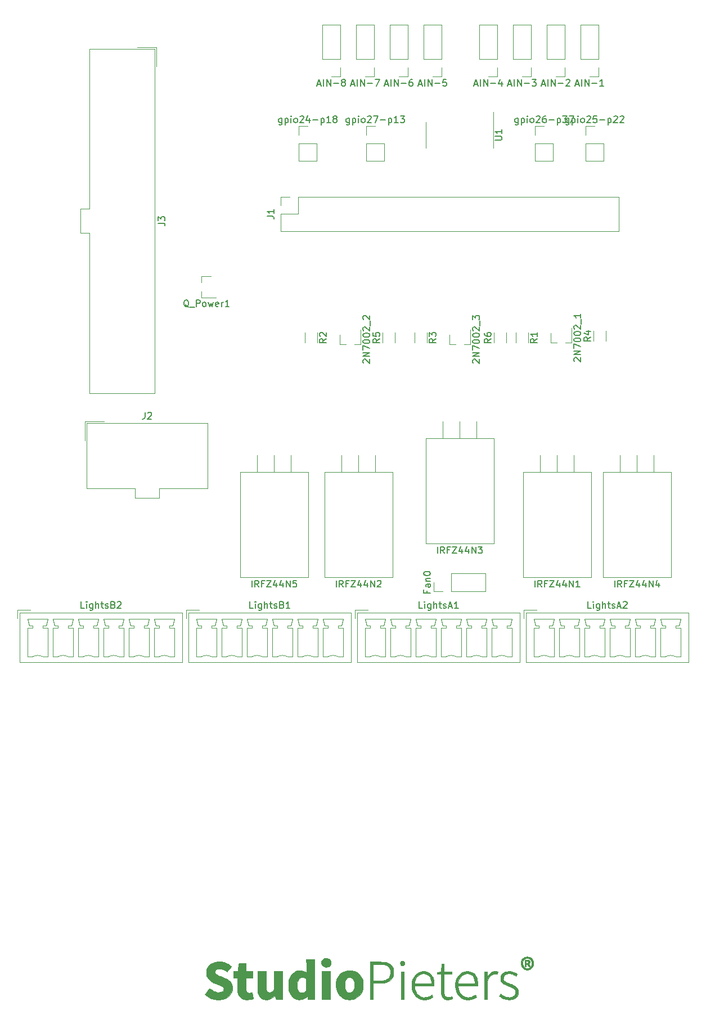
<source format=gbr>
G04 #@! TF.GenerationSoftware,KiCad,Pcbnew,5.1.8*
G04 #@! TF.CreationDate,2021-01-05T23:40:21+00:00*
G04 #@! TF.ProjectId,TheSun2,54686553-756e-4322-9e6b-696361645f70,1.0.8*
G04 #@! TF.SameCoordinates,Original*
G04 #@! TF.FileFunction,Legend,Top*
G04 #@! TF.FilePolarity,Positive*
%FSLAX46Y46*%
G04 Gerber Fmt 4.6, Leading zero omitted, Abs format (unit mm)*
G04 Created by KiCad (PCBNEW 5.1.8) date 2021-01-05 23:40:21*
%MOMM*%
%LPD*%
G01*
G04 APERTURE LIST*
%ADD10C,0.120000*%
%ADD11C,0.010000*%
%ADD12C,0.150000*%
G04 APERTURE END LIST*
D10*
X170540000Y-56660000D02*
X170540000Y-30750000D01*
X170540000Y-30750000D02*
X160720000Y-30750000D01*
X160720000Y-30750000D02*
X160720000Y-54850000D01*
X160720000Y-54850000D02*
X159320000Y-54850000D01*
X159320000Y-54850000D02*
X159320000Y-56660000D01*
X170540000Y-56660000D02*
X170540000Y-82570000D01*
X170540000Y-82570000D02*
X160720000Y-82570000D01*
X160720000Y-82570000D02*
X160720000Y-58470000D01*
X160720000Y-58470000D02*
X159320000Y-58470000D01*
X159320000Y-58470000D02*
X159320000Y-56660000D01*
X170780000Y-33360000D02*
X170780000Y-30510000D01*
X170780000Y-30510000D02*
X167930000Y-30510000D01*
X198350000Y-75214000D02*
X199280000Y-75214000D01*
X201510000Y-75214000D02*
X200580000Y-75214000D01*
X201510000Y-75214000D02*
X201510000Y-73054000D01*
X198350000Y-75214000D02*
X198350000Y-73754000D01*
X194998000Y-73472936D02*
X194998000Y-74927064D01*
X193178000Y-73472936D02*
X193178000Y-74927064D01*
X204862000Y-74927064D02*
X204862000Y-73472936D01*
X206682000Y-74927064D02*
X206682000Y-73472936D01*
X160050000Y-86840000D02*
X160050000Y-89690000D01*
X162900000Y-86840000D02*
X160050000Y-86840000D01*
X171210000Y-98300000D02*
X169400000Y-98300000D01*
X171210000Y-96900000D02*
X171210000Y-98300000D01*
X178510000Y-96900000D02*
X171210000Y-96900000D01*
X178510000Y-87080000D02*
X178510000Y-96900000D01*
X169400000Y-87080000D02*
X178510000Y-87080000D01*
X167590000Y-98300000D02*
X169400000Y-98300000D01*
X167590000Y-96900000D02*
X167590000Y-98300000D01*
X160290000Y-96900000D02*
X167590000Y-96900000D01*
X160290000Y-87080000D02*
X160290000Y-96900000D01*
X169400000Y-87080000D02*
X160290000Y-87080000D01*
X211380000Y-43720000D02*
X211380000Y-45670000D01*
X211380000Y-43720000D02*
X211380000Y-41770000D01*
X221500000Y-43720000D02*
X221500000Y-45670000D01*
X221500000Y-43720000D02*
X221500000Y-40270000D01*
X221626000Y-74927064D02*
X221626000Y-73472936D01*
X223446000Y-74927064D02*
X223446000Y-73472936D01*
X236612000Y-74673064D02*
X236612000Y-73218936D01*
X238432000Y-74673064D02*
X238432000Y-73218936D01*
X211508000Y-73472936D02*
X211508000Y-74927064D01*
X209688000Y-73472936D02*
X209688000Y-74927064D01*
X226748000Y-73472936D02*
X226748000Y-74927064D01*
X224928000Y-73472936D02*
X224928000Y-74927064D01*
X177580000Y-65000000D02*
X177580000Y-65930000D01*
X177580000Y-68160000D02*
X177580000Y-67230000D01*
X177580000Y-68160000D02*
X179740000Y-68160000D01*
X177580000Y-65000000D02*
X179040000Y-65000000D01*
X172739647Y-122169845D02*
G75*
G03*
X171240000Y-122170000I-749647J-1700155D01*
G01*
X168929647Y-122169845D02*
G75*
G03*
X167430000Y-122170000I-749647J-1700155D01*
G01*
X165119647Y-122169845D02*
G75*
G03*
X163620000Y-122170000I-749647J-1700155D01*
G01*
X161309647Y-122169845D02*
G75*
G03*
X159810000Y-122170000I-749647J-1700155D01*
G01*
X157499647Y-122169845D02*
G75*
G03*
X156000000Y-122170000I-749647J-1700155D01*
G01*
X153689647Y-122169845D02*
G75*
G03*
X152190000Y-122170000I-749647J-1700155D01*
G01*
X150230000Y-115560000D02*
X150230000Y-123030000D01*
X150230000Y-123030000D02*
X174700000Y-123030000D01*
X174700000Y-123030000D02*
X174700000Y-115560000D01*
X174700000Y-115560000D02*
X150230000Y-115560000D01*
X152190000Y-122170000D02*
X151440000Y-122170000D01*
X151440000Y-122170000D02*
X151440000Y-117870000D01*
X151440000Y-117870000D02*
X152190000Y-117870000D01*
X152190000Y-117870000D02*
X152190000Y-117520000D01*
X152190000Y-117520000D02*
X151690000Y-117520000D01*
X151690000Y-117520000D02*
X151440000Y-116520000D01*
X151440000Y-116520000D02*
X154440000Y-116520000D01*
X154440000Y-116520000D02*
X154190000Y-117520000D01*
X154190000Y-117520000D02*
X153690000Y-117520000D01*
X153690000Y-117520000D02*
X153690000Y-117870000D01*
X153690000Y-117870000D02*
X154440000Y-117870000D01*
X154440000Y-117870000D02*
X154440000Y-122170000D01*
X154440000Y-122170000D02*
X153690000Y-122170000D01*
X156000000Y-122170000D02*
X155250000Y-122170000D01*
X155250000Y-122170000D02*
X155250000Y-117870000D01*
X155250000Y-117870000D02*
X156000000Y-117870000D01*
X156000000Y-117870000D02*
X156000000Y-117520000D01*
X156000000Y-117520000D02*
X155500000Y-117520000D01*
X155500000Y-117520000D02*
X155250000Y-116520000D01*
X155250000Y-116520000D02*
X158250000Y-116520000D01*
X158250000Y-116520000D02*
X158000000Y-117520000D01*
X158000000Y-117520000D02*
X157500000Y-117520000D01*
X157500000Y-117520000D02*
X157500000Y-117870000D01*
X157500000Y-117870000D02*
X158250000Y-117870000D01*
X158250000Y-117870000D02*
X158250000Y-122170000D01*
X158250000Y-122170000D02*
X157500000Y-122170000D01*
X159810000Y-122170000D02*
X159060000Y-122170000D01*
X159060000Y-122170000D02*
X159060000Y-117870000D01*
X159060000Y-117870000D02*
X159810000Y-117870000D01*
X159810000Y-117870000D02*
X159810000Y-117520000D01*
X159810000Y-117520000D02*
X159310000Y-117520000D01*
X159310000Y-117520000D02*
X159060000Y-116520000D01*
X159060000Y-116520000D02*
X162060000Y-116520000D01*
X162060000Y-116520000D02*
X161810000Y-117520000D01*
X161810000Y-117520000D02*
X161310000Y-117520000D01*
X161310000Y-117520000D02*
X161310000Y-117870000D01*
X161310000Y-117870000D02*
X162060000Y-117870000D01*
X162060000Y-117870000D02*
X162060000Y-122170000D01*
X162060000Y-122170000D02*
X161310000Y-122170000D01*
X163620000Y-122170000D02*
X162870000Y-122170000D01*
X162870000Y-122170000D02*
X162870000Y-117870000D01*
X162870000Y-117870000D02*
X163620000Y-117870000D01*
X163620000Y-117870000D02*
X163620000Y-117520000D01*
X163620000Y-117520000D02*
X163120000Y-117520000D01*
X163120000Y-117520000D02*
X162870000Y-116520000D01*
X162870000Y-116520000D02*
X165870000Y-116520000D01*
X165870000Y-116520000D02*
X165620000Y-117520000D01*
X165620000Y-117520000D02*
X165120000Y-117520000D01*
X165120000Y-117520000D02*
X165120000Y-117870000D01*
X165120000Y-117870000D02*
X165870000Y-117870000D01*
X165870000Y-117870000D02*
X165870000Y-122170000D01*
X165870000Y-122170000D02*
X165120000Y-122170000D01*
X167430000Y-122170000D02*
X166680000Y-122170000D01*
X166680000Y-122170000D02*
X166680000Y-117870000D01*
X166680000Y-117870000D02*
X167430000Y-117870000D01*
X167430000Y-117870000D02*
X167430000Y-117520000D01*
X167430000Y-117520000D02*
X166930000Y-117520000D01*
X166930000Y-117520000D02*
X166680000Y-116520000D01*
X166680000Y-116520000D02*
X169680000Y-116520000D01*
X169680000Y-116520000D02*
X169430000Y-117520000D01*
X169430000Y-117520000D02*
X168930000Y-117520000D01*
X168930000Y-117520000D02*
X168930000Y-117870000D01*
X168930000Y-117870000D02*
X169680000Y-117870000D01*
X169680000Y-117870000D02*
X169680000Y-122170000D01*
X169680000Y-122170000D02*
X168930000Y-122170000D01*
X171240000Y-122170000D02*
X170490000Y-122170000D01*
X170490000Y-122170000D02*
X170490000Y-117870000D01*
X170490000Y-117870000D02*
X171240000Y-117870000D01*
X171240000Y-117870000D02*
X171240000Y-117520000D01*
X171240000Y-117520000D02*
X170740000Y-117520000D01*
X170740000Y-117520000D02*
X170490000Y-116520000D01*
X170490000Y-116520000D02*
X173490000Y-116520000D01*
X173490000Y-116520000D02*
X173240000Y-117520000D01*
X173240000Y-117520000D02*
X172740000Y-117520000D01*
X172740000Y-117520000D02*
X172740000Y-117870000D01*
X172740000Y-117870000D02*
X173490000Y-117870000D01*
X173490000Y-117870000D02*
X173490000Y-122170000D01*
X173490000Y-122170000D02*
X172740000Y-122170000D01*
X149840000Y-116420000D02*
X149840000Y-115170000D01*
X149840000Y-115170000D02*
X151840000Y-115170000D01*
X198139647Y-122169845D02*
G75*
G03*
X196640000Y-122170000I-749647J-1700155D01*
G01*
X194329647Y-122169845D02*
G75*
G03*
X192830000Y-122170000I-749647J-1700155D01*
G01*
X190519647Y-122169845D02*
G75*
G03*
X189020000Y-122170000I-749647J-1700155D01*
G01*
X186709647Y-122169845D02*
G75*
G03*
X185210000Y-122170000I-749647J-1700155D01*
G01*
X182899647Y-122169845D02*
G75*
G03*
X181400000Y-122170000I-749647J-1700155D01*
G01*
X179089647Y-122169845D02*
G75*
G03*
X177590000Y-122170000I-749647J-1700155D01*
G01*
X175630000Y-115560000D02*
X175630000Y-123030000D01*
X175630000Y-123030000D02*
X200100000Y-123030000D01*
X200100000Y-123030000D02*
X200100000Y-115560000D01*
X200100000Y-115560000D02*
X175630000Y-115560000D01*
X177590000Y-122170000D02*
X176840000Y-122170000D01*
X176840000Y-122170000D02*
X176840000Y-117870000D01*
X176840000Y-117870000D02*
X177590000Y-117870000D01*
X177590000Y-117870000D02*
X177590000Y-117520000D01*
X177590000Y-117520000D02*
X177090000Y-117520000D01*
X177090000Y-117520000D02*
X176840000Y-116520000D01*
X176840000Y-116520000D02*
X179840000Y-116520000D01*
X179840000Y-116520000D02*
X179590000Y-117520000D01*
X179590000Y-117520000D02*
X179090000Y-117520000D01*
X179090000Y-117520000D02*
X179090000Y-117870000D01*
X179090000Y-117870000D02*
X179840000Y-117870000D01*
X179840000Y-117870000D02*
X179840000Y-122170000D01*
X179840000Y-122170000D02*
X179090000Y-122170000D01*
X181400000Y-122170000D02*
X180650000Y-122170000D01*
X180650000Y-122170000D02*
X180650000Y-117870000D01*
X180650000Y-117870000D02*
X181400000Y-117870000D01*
X181400000Y-117870000D02*
X181400000Y-117520000D01*
X181400000Y-117520000D02*
X180900000Y-117520000D01*
X180900000Y-117520000D02*
X180650000Y-116520000D01*
X180650000Y-116520000D02*
X183650000Y-116520000D01*
X183650000Y-116520000D02*
X183400000Y-117520000D01*
X183400000Y-117520000D02*
X182900000Y-117520000D01*
X182900000Y-117520000D02*
X182900000Y-117870000D01*
X182900000Y-117870000D02*
X183650000Y-117870000D01*
X183650000Y-117870000D02*
X183650000Y-122170000D01*
X183650000Y-122170000D02*
X182900000Y-122170000D01*
X185210000Y-122170000D02*
X184460000Y-122170000D01*
X184460000Y-122170000D02*
X184460000Y-117870000D01*
X184460000Y-117870000D02*
X185210000Y-117870000D01*
X185210000Y-117870000D02*
X185210000Y-117520000D01*
X185210000Y-117520000D02*
X184710000Y-117520000D01*
X184710000Y-117520000D02*
X184460000Y-116520000D01*
X184460000Y-116520000D02*
X187460000Y-116520000D01*
X187460000Y-116520000D02*
X187210000Y-117520000D01*
X187210000Y-117520000D02*
X186710000Y-117520000D01*
X186710000Y-117520000D02*
X186710000Y-117870000D01*
X186710000Y-117870000D02*
X187460000Y-117870000D01*
X187460000Y-117870000D02*
X187460000Y-122170000D01*
X187460000Y-122170000D02*
X186710000Y-122170000D01*
X189020000Y-122170000D02*
X188270000Y-122170000D01*
X188270000Y-122170000D02*
X188270000Y-117870000D01*
X188270000Y-117870000D02*
X189020000Y-117870000D01*
X189020000Y-117870000D02*
X189020000Y-117520000D01*
X189020000Y-117520000D02*
X188520000Y-117520000D01*
X188520000Y-117520000D02*
X188270000Y-116520000D01*
X188270000Y-116520000D02*
X191270000Y-116520000D01*
X191270000Y-116520000D02*
X191020000Y-117520000D01*
X191020000Y-117520000D02*
X190520000Y-117520000D01*
X190520000Y-117520000D02*
X190520000Y-117870000D01*
X190520000Y-117870000D02*
X191270000Y-117870000D01*
X191270000Y-117870000D02*
X191270000Y-122170000D01*
X191270000Y-122170000D02*
X190520000Y-122170000D01*
X192830000Y-122170000D02*
X192080000Y-122170000D01*
X192080000Y-122170000D02*
X192080000Y-117870000D01*
X192080000Y-117870000D02*
X192830000Y-117870000D01*
X192830000Y-117870000D02*
X192830000Y-117520000D01*
X192830000Y-117520000D02*
X192330000Y-117520000D01*
X192330000Y-117520000D02*
X192080000Y-116520000D01*
X192080000Y-116520000D02*
X195080000Y-116520000D01*
X195080000Y-116520000D02*
X194830000Y-117520000D01*
X194830000Y-117520000D02*
X194330000Y-117520000D01*
X194330000Y-117520000D02*
X194330000Y-117870000D01*
X194330000Y-117870000D02*
X195080000Y-117870000D01*
X195080000Y-117870000D02*
X195080000Y-122170000D01*
X195080000Y-122170000D02*
X194330000Y-122170000D01*
X196640000Y-122170000D02*
X195890000Y-122170000D01*
X195890000Y-122170000D02*
X195890000Y-117870000D01*
X195890000Y-117870000D02*
X196640000Y-117870000D01*
X196640000Y-117870000D02*
X196640000Y-117520000D01*
X196640000Y-117520000D02*
X196140000Y-117520000D01*
X196140000Y-117520000D02*
X195890000Y-116520000D01*
X195890000Y-116520000D02*
X198890000Y-116520000D01*
X198890000Y-116520000D02*
X198640000Y-117520000D01*
X198640000Y-117520000D02*
X198140000Y-117520000D01*
X198140000Y-117520000D02*
X198140000Y-117870000D01*
X198140000Y-117870000D02*
X198890000Y-117870000D01*
X198890000Y-117870000D02*
X198890000Y-122170000D01*
X198890000Y-122170000D02*
X198140000Y-122170000D01*
X175240000Y-116420000D02*
X175240000Y-115170000D01*
X175240000Y-115170000D02*
X177240000Y-115170000D01*
X248939647Y-122169845D02*
G75*
G03*
X247440000Y-122170000I-749647J-1700155D01*
G01*
X245129647Y-122169845D02*
G75*
G03*
X243630000Y-122170000I-749647J-1700155D01*
G01*
X241319647Y-122169845D02*
G75*
G03*
X239820000Y-122170000I-749647J-1700155D01*
G01*
X237509647Y-122169845D02*
G75*
G03*
X236010000Y-122170000I-749647J-1700155D01*
G01*
X233699647Y-122169845D02*
G75*
G03*
X232200000Y-122170000I-749647J-1700155D01*
G01*
X229889647Y-122169845D02*
G75*
G03*
X228390000Y-122170000I-749647J-1700155D01*
G01*
X226430000Y-115560000D02*
X226430000Y-123030000D01*
X226430000Y-123030000D02*
X250900000Y-123030000D01*
X250900000Y-123030000D02*
X250900000Y-115560000D01*
X250900000Y-115560000D02*
X226430000Y-115560000D01*
X228390000Y-122170000D02*
X227640000Y-122170000D01*
X227640000Y-122170000D02*
X227640000Y-117870000D01*
X227640000Y-117870000D02*
X228390000Y-117870000D01*
X228390000Y-117870000D02*
X228390000Y-117520000D01*
X228390000Y-117520000D02*
X227890000Y-117520000D01*
X227890000Y-117520000D02*
X227640000Y-116520000D01*
X227640000Y-116520000D02*
X230640000Y-116520000D01*
X230640000Y-116520000D02*
X230390000Y-117520000D01*
X230390000Y-117520000D02*
X229890000Y-117520000D01*
X229890000Y-117520000D02*
X229890000Y-117870000D01*
X229890000Y-117870000D02*
X230640000Y-117870000D01*
X230640000Y-117870000D02*
X230640000Y-122170000D01*
X230640000Y-122170000D02*
X229890000Y-122170000D01*
X232200000Y-122170000D02*
X231450000Y-122170000D01*
X231450000Y-122170000D02*
X231450000Y-117870000D01*
X231450000Y-117870000D02*
X232200000Y-117870000D01*
X232200000Y-117870000D02*
X232200000Y-117520000D01*
X232200000Y-117520000D02*
X231700000Y-117520000D01*
X231700000Y-117520000D02*
X231450000Y-116520000D01*
X231450000Y-116520000D02*
X234450000Y-116520000D01*
X234450000Y-116520000D02*
X234200000Y-117520000D01*
X234200000Y-117520000D02*
X233700000Y-117520000D01*
X233700000Y-117520000D02*
X233700000Y-117870000D01*
X233700000Y-117870000D02*
X234450000Y-117870000D01*
X234450000Y-117870000D02*
X234450000Y-122170000D01*
X234450000Y-122170000D02*
X233700000Y-122170000D01*
X236010000Y-122170000D02*
X235260000Y-122170000D01*
X235260000Y-122170000D02*
X235260000Y-117870000D01*
X235260000Y-117870000D02*
X236010000Y-117870000D01*
X236010000Y-117870000D02*
X236010000Y-117520000D01*
X236010000Y-117520000D02*
X235510000Y-117520000D01*
X235510000Y-117520000D02*
X235260000Y-116520000D01*
X235260000Y-116520000D02*
X238260000Y-116520000D01*
X238260000Y-116520000D02*
X238010000Y-117520000D01*
X238010000Y-117520000D02*
X237510000Y-117520000D01*
X237510000Y-117520000D02*
X237510000Y-117870000D01*
X237510000Y-117870000D02*
X238260000Y-117870000D01*
X238260000Y-117870000D02*
X238260000Y-122170000D01*
X238260000Y-122170000D02*
X237510000Y-122170000D01*
X239820000Y-122170000D02*
X239070000Y-122170000D01*
X239070000Y-122170000D02*
X239070000Y-117870000D01*
X239070000Y-117870000D02*
X239820000Y-117870000D01*
X239820000Y-117870000D02*
X239820000Y-117520000D01*
X239820000Y-117520000D02*
X239320000Y-117520000D01*
X239320000Y-117520000D02*
X239070000Y-116520000D01*
X239070000Y-116520000D02*
X242070000Y-116520000D01*
X242070000Y-116520000D02*
X241820000Y-117520000D01*
X241820000Y-117520000D02*
X241320000Y-117520000D01*
X241320000Y-117520000D02*
X241320000Y-117870000D01*
X241320000Y-117870000D02*
X242070000Y-117870000D01*
X242070000Y-117870000D02*
X242070000Y-122170000D01*
X242070000Y-122170000D02*
X241320000Y-122170000D01*
X243630000Y-122170000D02*
X242880000Y-122170000D01*
X242880000Y-122170000D02*
X242880000Y-117870000D01*
X242880000Y-117870000D02*
X243630000Y-117870000D01*
X243630000Y-117870000D02*
X243630000Y-117520000D01*
X243630000Y-117520000D02*
X243130000Y-117520000D01*
X243130000Y-117520000D02*
X242880000Y-116520000D01*
X242880000Y-116520000D02*
X245880000Y-116520000D01*
X245880000Y-116520000D02*
X245630000Y-117520000D01*
X245630000Y-117520000D02*
X245130000Y-117520000D01*
X245130000Y-117520000D02*
X245130000Y-117870000D01*
X245130000Y-117870000D02*
X245880000Y-117870000D01*
X245880000Y-117870000D02*
X245880000Y-122170000D01*
X245880000Y-122170000D02*
X245130000Y-122170000D01*
X247440000Y-122170000D02*
X246690000Y-122170000D01*
X246690000Y-122170000D02*
X246690000Y-117870000D01*
X246690000Y-117870000D02*
X247440000Y-117870000D01*
X247440000Y-117870000D02*
X247440000Y-117520000D01*
X247440000Y-117520000D02*
X246940000Y-117520000D01*
X246940000Y-117520000D02*
X246690000Y-116520000D01*
X246690000Y-116520000D02*
X249690000Y-116520000D01*
X249690000Y-116520000D02*
X249440000Y-117520000D01*
X249440000Y-117520000D02*
X248940000Y-117520000D01*
X248940000Y-117520000D02*
X248940000Y-117870000D01*
X248940000Y-117870000D02*
X249690000Y-117870000D01*
X249690000Y-117870000D02*
X249690000Y-122170000D01*
X249690000Y-122170000D02*
X248940000Y-122170000D01*
X226040000Y-116420000D02*
X226040000Y-115170000D01*
X226040000Y-115170000D02*
X228040000Y-115170000D01*
X223539647Y-122169845D02*
G75*
G03*
X222040000Y-122170000I-749647J-1700155D01*
G01*
X219729647Y-122169845D02*
G75*
G03*
X218230000Y-122170000I-749647J-1700155D01*
G01*
X215919647Y-122169845D02*
G75*
G03*
X214420000Y-122170000I-749647J-1700155D01*
G01*
X212109647Y-122169845D02*
G75*
G03*
X210610000Y-122170000I-749647J-1700155D01*
G01*
X208299647Y-122169845D02*
G75*
G03*
X206800000Y-122170000I-749647J-1700155D01*
G01*
X204489647Y-122169845D02*
G75*
G03*
X202990000Y-122170000I-749647J-1700155D01*
G01*
X201030000Y-115560000D02*
X201030000Y-123030000D01*
X201030000Y-123030000D02*
X225500000Y-123030000D01*
X225500000Y-123030000D02*
X225500000Y-115560000D01*
X225500000Y-115560000D02*
X201030000Y-115560000D01*
X202990000Y-122170000D02*
X202240000Y-122170000D01*
X202240000Y-122170000D02*
X202240000Y-117870000D01*
X202240000Y-117870000D02*
X202990000Y-117870000D01*
X202990000Y-117870000D02*
X202990000Y-117520000D01*
X202990000Y-117520000D02*
X202490000Y-117520000D01*
X202490000Y-117520000D02*
X202240000Y-116520000D01*
X202240000Y-116520000D02*
X205240000Y-116520000D01*
X205240000Y-116520000D02*
X204990000Y-117520000D01*
X204990000Y-117520000D02*
X204490000Y-117520000D01*
X204490000Y-117520000D02*
X204490000Y-117870000D01*
X204490000Y-117870000D02*
X205240000Y-117870000D01*
X205240000Y-117870000D02*
X205240000Y-122170000D01*
X205240000Y-122170000D02*
X204490000Y-122170000D01*
X206800000Y-122170000D02*
X206050000Y-122170000D01*
X206050000Y-122170000D02*
X206050000Y-117870000D01*
X206050000Y-117870000D02*
X206800000Y-117870000D01*
X206800000Y-117870000D02*
X206800000Y-117520000D01*
X206800000Y-117520000D02*
X206300000Y-117520000D01*
X206300000Y-117520000D02*
X206050000Y-116520000D01*
X206050000Y-116520000D02*
X209050000Y-116520000D01*
X209050000Y-116520000D02*
X208800000Y-117520000D01*
X208800000Y-117520000D02*
X208300000Y-117520000D01*
X208300000Y-117520000D02*
X208300000Y-117870000D01*
X208300000Y-117870000D02*
X209050000Y-117870000D01*
X209050000Y-117870000D02*
X209050000Y-122170000D01*
X209050000Y-122170000D02*
X208300000Y-122170000D01*
X210610000Y-122170000D02*
X209860000Y-122170000D01*
X209860000Y-122170000D02*
X209860000Y-117870000D01*
X209860000Y-117870000D02*
X210610000Y-117870000D01*
X210610000Y-117870000D02*
X210610000Y-117520000D01*
X210610000Y-117520000D02*
X210110000Y-117520000D01*
X210110000Y-117520000D02*
X209860000Y-116520000D01*
X209860000Y-116520000D02*
X212860000Y-116520000D01*
X212860000Y-116520000D02*
X212610000Y-117520000D01*
X212610000Y-117520000D02*
X212110000Y-117520000D01*
X212110000Y-117520000D02*
X212110000Y-117870000D01*
X212110000Y-117870000D02*
X212860000Y-117870000D01*
X212860000Y-117870000D02*
X212860000Y-122170000D01*
X212860000Y-122170000D02*
X212110000Y-122170000D01*
X214420000Y-122170000D02*
X213670000Y-122170000D01*
X213670000Y-122170000D02*
X213670000Y-117870000D01*
X213670000Y-117870000D02*
X214420000Y-117870000D01*
X214420000Y-117870000D02*
X214420000Y-117520000D01*
X214420000Y-117520000D02*
X213920000Y-117520000D01*
X213920000Y-117520000D02*
X213670000Y-116520000D01*
X213670000Y-116520000D02*
X216670000Y-116520000D01*
X216670000Y-116520000D02*
X216420000Y-117520000D01*
X216420000Y-117520000D02*
X215920000Y-117520000D01*
X215920000Y-117520000D02*
X215920000Y-117870000D01*
X215920000Y-117870000D02*
X216670000Y-117870000D01*
X216670000Y-117870000D02*
X216670000Y-122170000D01*
X216670000Y-122170000D02*
X215920000Y-122170000D01*
X218230000Y-122170000D02*
X217480000Y-122170000D01*
X217480000Y-122170000D02*
X217480000Y-117870000D01*
X217480000Y-117870000D02*
X218230000Y-117870000D01*
X218230000Y-117870000D02*
X218230000Y-117520000D01*
X218230000Y-117520000D02*
X217730000Y-117520000D01*
X217730000Y-117520000D02*
X217480000Y-116520000D01*
X217480000Y-116520000D02*
X220480000Y-116520000D01*
X220480000Y-116520000D02*
X220230000Y-117520000D01*
X220230000Y-117520000D02*
X219730000Y-117520000D01*
X219730000Y-117520000D02*
X219730000Y-117870000D01*
X219730000Y-117870000D02*
X220480000Y-117870000D01*
X220480000Y-117870000D02*
X220480000Y-122170000D01*
X220480000Y-122170000D02*
X219730000Y-122170000D01*
X222040000Y-122170000D02*
X221290000Y-122170000D01*
X221290000Y-122170000D02*
X221290000Y-117870000D01*
X221290000Y-117870000D02*
X222040000Y-117870000D01*
X222040000Y-117870000D02*
X222040000Y-117520000D01*
X222040000Y-117520000D02*
X221540000Y-117520000D01*
X221540000Y-117520000D02*
X221290000Y-116520000D01*
X221290000Y-116520000D02*
X224290000Y-116520000D01*
X224290000Y-116520000D02*
X224040000Y-117520000D01*
X224040000Y-117520000D02*
X223540000Y-117520000D01*
X223540000Y-117520000D02*
X223540000Y-117870000D01*
X223540000Y-117870000D02*
X224290000Y-117870000D01*
X224290000Y-117870000D02*
X224290000Y-122170000D01*
X224290000Y-122170000D02*
X223540000Y-122170000D01*
X200640000Y-116420000D02*
X200640000Y-115170000D01*
X200640000Y-115170000D02*
X202640000Y-115170000D01*
X189481400Y-54324500D02*
X189481400Y-52994500D01*
X189481400Y-52994500D02*
X190811400Y-52994500D01*
X189481400Y-55594500D02*
X192081400Y-55594500D01*
X192081400Y-55594500D02*
X192081400Y-52994500D01*
X192081400Y-52994500D02*
X240401400Y-52994500D01*
X240401400Y-58194500D02*
X240401400Y-52994500D01*
X189481400Y-58194500D02*
X240401400Y-58194500D01*
X189481400Y-58194500D02*
X189481400Y-55594500D01*
X193620000Y-94400000D02*
X183380000Y-94400000D01*
X193620000Y-110290000D02*
X183380000Y-110290000D01*
X193620000Y-110290000D02*
X193620000Y-94400000D01*
X183380000Y-110290000D02*
X183380000Y-94400000D01*
X191040000Y-94400000D02*
X191040000Y-91860000D01*
X188500000Y-94400000D02*
X188500000Y-91860000D01*
X185960000Y-94400000D02*
X185960000Y-91860000D01*
X248230000Y-94400000D02*
X237990000Y-94400000D01*
X248230000Y-110290000D02*
X237990000Y-110290000D01*
X248230000Y-110290000D02*
X248230000Y-94400000D01*
X237990000Y-110290000D02*
X237990000Y-94400000D01*
X245650000Y-94400000D02*
X245650000Y-91860000D01*
X243110000Y-94400000D02*
X243110000Y-91860000D01*
X240570000Y-94400000D02*
X240570000Y-91860000D01*
X221560000Y-89320000D02*
X211320000Y-89320000D01*
X221560000Y-105210000D02*
X211320000Y-105210000D01*
X221560000Y-105210000D02*
X221560000Y-89320000D01*
X211320000Y-105210000D02*
X211320000Y-89320000D01*
X218980000Y-89320000D02*
X218980000Y-86780000D01*
X216440000Y-89320000D02*
X216440000Y-86780000D01*
X213900000Y-89320000D02*
X213900000Y-86780000D01*
X206320000Y-94400000D02*
X196080000Y-94400000D01*
X206320000Y-110290000D02*
X196080000Y-110290000D01*
X206320000Y-110290000D02*
X206320000Y-94400000D01*
X196080000Y-110290000D02*
X196080000Y-94400000D01*
X203740000Y-94400000D02*
X203740000Y-91860000D01*
X201200000Y-94400000D02*
X201200000Y-91860000D01*
X198660000Y-94400000D02*
X198660000Y-91860000D01*
X236230000Y-94400000D02*
X225990000Y-94400000D01*
X236230000Y-110290000D02*
X225990000Y-110290000D01*
X236230000Y-110290000D02*
X236230000Y-94400000D01*
X225990000Y-110290000D02*
X225990000Y-94400000D01*
X233650000Y-94400000D02*
X233650000Y-91860000D01*
X231110000Y-94400000D02*
X231110000Y-91860000D01*
X228570000Y-94400000D02*
X228570000Y-91860000D01*
X202410000Y-47590000D02*
X205070000Y-47590000D01*
X202410000Y-44990000D02*
X202410000Y-47590000D01*
X205070000Y-44990000D02*
X205070000Y-47590000D01*
X202410000Y-44990000D02*
X205070000Y-44990000D01*
X202410000Y-43720000D02*
X202410000Y-42390000D01*
X202410000Y-42390000D02*
X203740000Y-42390000D01*
X227810000Y-47590000D02*
X230470000Y-47590000D01*
X227810000Y-44990000D02*
X227810000Y-47590000D01*
X230470000Y-44990000D02*
X230470000Y-47590000D01*
X227810000Y-44990000D02*
X230470000Y-44990000D01*
X227810000Y-43720000D02*
X227810000Y-42390000D01*
X227810000Y-42390000D02*
X229140000Y-42390000D01*
X235430000Y-47590000D02*
X238090000Y-47590000D01*
X235430000Y-44990000D02*
X235430000Y-47590000D01*
X238090000Y-44990000D02*
X238090000Y-47590000D01*
X235430000Y-44990000D02*
X238090000Y-44990000D01*
X235430000Y-43720000D02*
X235430000Y-42390000D01*
X235430000Y-42390000D02*
X236760000Y-42390000D01*
X192250000Y-47590000D02*
X194910000Y-47590000D01*
X192250000Y-44990000D02*
X192250000Y-47590000D01*
X194910000Y-44990000D02*
X194910000Y-47590000D01*
X192250000Y-44990000D02*
X194910000Y-44990000D01*
X192250000Y-43720000D02*
X192250000Y-42390000D01*
X192250000Y-42390000D02*
X193580000Y-42390000D01*
X220310000Y-112360000D02*
X220310000Y-109700000D01*
X215170000Y-112360000D02*
X220310000Y-112360000D01*
X215170000Y-109700000D02*
X220310000Y-109700000D01*
X215170000Y-112360000D02*
X215170000Y-109700000D01*
X213900000Y-112360000D02*
X212570000Y-112360000D01*
X212570000Y-112360000D02*
X212570000Y-111030000D01*
X198466000Y-27150000D02*
X195806000Y-27150000D01*
X198466000Y-32290000D02*
X198466000Y-27150000D01*
X195806000Y-32290000D02*
X195806000Y-27150000D01*
X198466000Y-32290000D02*
X195806000Y-32290000D01*
X198466000Y-33560000D02*
X198466000Y-34890000D01*
X198466000Y-34890000D02*
X197136000Y-34890000D01*
X203546000Y-27150000D02*
X200886000Y-27150000D01*
X203546000Y-32290000D02*
X203546000Y-27150000D01*
X200886000Y-32290000D02*
X200886000Y-27150000D01*
X203546000Y-32290000D02*
X200886000Y-32290000D01*
X203546000Y-33560000D02*
X203546000Y-34890000D01*
X203546000Y-34890000D02*
X202216000Y-34890000D01*
X208626000Y-27150000D02*
X205966000Y-27150000D01*
X208626000Y-32290000D02*
X208626000Y-27150000D01*
X205966000Y-32290000D02*
X205966000Y-27150000D01*
X208626000Y-32290000D02*
X205966000Y-32290000D01*
X208626000Y-33560000D02*
X208626000Y-34890000D01*
X208626000Y-34890000D02*
X207296000Y-34890000D01*
X213706000Y-27150000D02*
X211046000Y-27150000D01*
X213706000Y-32290000D02*
X213706000Y-27150000D01*
X211046000Y-32290000D02*
X211046000Y-27150000D01*
X213706000Y-32290000D02*
X211046000Y-32290000D01*
X213706000Y-33560000D02*
X213706000Y-34890000D01*
X213706000Y-34890000D02*
X212376000Y-34890000D01*
X222088000Y-27150000D02*
X219428000Y-27150000D01*
X222088000Y-32290000D02*
X222088000Y-27150000D01*
X219428000Y-32290000D02*
X219428000Y-27150000D01*
X222088000Y-32290000D02*
X219428000Y-32290000D01*
X222088000Y-33560000D02*
X222088000Y-34890000D01*
X222088000Y-34890000D02*
X220758000Y-34890000D01*
X227168000Y-27150000D02*
X224508000Y-27150000D01*
X227168000Y-32290000D02*
X227168000Y-27150000D01*
X224508000Y-32290000D02*
X224508000Y-27150000D01*
X227168000Y-32290000D02*
X224508000Y-32290000D01*
X227168000Y-33560000D02*
X227168000Y-34890000D01*
X227168000Y-34890000D02*
X225838000Y-34890000D01*
X232248000Y-27150000D02*
X229588000Y-27150000D01*
X232248000Y-32290000D02*
X232248000Y-27150000D01*
X229588000Y-32290000D02*
X229588000Y-27150000D01*
X232248000Y-32290000D02*
X229588000Y-32290000D01*
X232248000Y-33560000D02*
X232248000Y-34890000D01*
X232248000Y-34890000D02*
X230918000Y-34890000D01*
X237328000Y-27150000D02*
X234668000Y-27150000D01*
X237328000Y-32290000D02*
X237328000Y-27150000D01*
X234668000Y-32290000D02*
X234668000Y-27150000D01*
X237328000Y-32290000D02*
X234668000Y-32290000D01*
X237328000Y-33560000D02*
X237328000Y-34890000D01*
X237328000Y-34890000D02*
X235998000Y-34890000D01*
X214860000Y-75214000D02*
X215790000Y-75214000D01*
X218020000Y-75214000D02*
X217090000Y-75214000D01*
X218020000Y-75214000D02*
X218020000Y-73054000D01*
X214860000Y-75214000D02*
X214860000Y-73754000D01*
X230100000Y-74960000D02*
X231030000Y-74960000D01*
X233260000Y-74960000D02*
X232330000Y-74960000D01*
X233260000Y-74960000D02*
X233260000Y-72800000D01*
X230100000Y-74960000D02*
X230100000Y-73500000D01*
D11*
G36*
X226537390Y-167838781D02*
G01*
X226674658Y-167843623D01*
X226767521Y-167850039D01*
X226828007Y-167860827D01*
X226868141Y-167878790D01*
X226899951Y-167906729D01*
X226918390Y-167927518D01*
X226974731Y-168033033D01*
X226990008Y-168157469D01*
X226964442Y-168281254D01*
X226913428Y-168368222D01*
X226840412Y-168454997D01*
X226941650Y-168636029D01*
X226990827Y-168726067D01*
X227026822Y-168795976D01*
X227042671Y-168832162D01*
X227042889Y-168833641D01*
X227017650Y-168843546D01*
X226953820Y-168849474D01*
X226916295Y-168850222D01*
X226848181Y-168848315D01*
X226803655Y-168835107D01*
X226768653Y-168799369D01*
X226729113Y-168729873D01*
X226704222Y-168680889D01*
X226655106Y-168589218D01*
X226616968Y-168538017D01*
X226578426Y-168515929D01*
X226534483Y-168511556D01*
X226487841Y-168513803D01*
X226462667Y-168529416D01*
X226452339Y-168571697D01*
X226450238Y-168653950D01*
X226450222Y-168680889D01*
X226450222Y-168850222D01*
X226224444Y-168850222D01*
X226224444Y-168158778D01*
X226450222Y-168158778D01*
X226450222Y-168314000D01*
X226549000Y-168314000D01*
X226649507Y-168293669D01*
X226704222Y-168257556D01*
X226754639Y-168182323D01*
X226750209Y-168115637D01*
X226692314Y-168061113D01*
X226617758Y-168031262D01*
X226526596Y-168008416D01*
X226476435Y-168012459D01*
X226455063Y-168052684D01*
X226450267Y-168138386D01*
X226450222Y-168158778D01*
X226224444Y-168158778D01*
X226224444Y-167829228D01*
X226537390Y-167838781D01*
G37*
X226537390Y-167838781D02*
X226674658Y-167843623D01*
X226767521Y-167850039D01*
X226828007Y-167860827D01*
X226868141Y-167878790D01*
X226899951Y-167906729D01*
X226918390Y-167927518D01*
X226974731Y-168033033D01*
X226990008Y-168157469D01*
X226964442Y-168281254D01*
X226913428Y-168368222D01*
X226840412Y-168454997D01*
X226941650Y-168636029D01*
X226990827Y-168726067D01*
X227026822Y-168795976D01*
X227042671Y-168832162D01*
X227042889Y-168833641D01*
X227017650Y-168843546D01*
X226953820Y-168849474D01*
X226916295Y-168850222D01*
X226848181Y-168848315D01*
X226803655Y-168835107D01*
X226768653Y-168799369D01*
X226729113Y-168729873D01*
X226704222Y-168680889D01*
X226655106Y-168589218D01*
X226616968Y-168538017D01*
X226578426Y-168515929D01*
X226534483Y-168511556D01*
X226487841Y-168513803D01*
X226462667Y-168529416D01*
X226452339Y-168571697D01*
X226450238Y-168653950D01*
X226450222Y-168680889D01*
X226450222Y-168850222D01*
X226224444Y-168850222D01*
X226224444Y-168158778D01*
X226450222Y-168158778D01*
X226450222Y-168314000D01*
X226549000Y-168314000D01*
X226649507Y-168293669D01*
X226704222Y-168257556D01*
X226754639Y-168182323D01*
X226750209Y-168115637D01*
X226692314Y-168061113D01*
X226617758Y-168031262D01*
X226526596Y-168008416D01*
X226476435Y-168012459D01*
X226455063Y-168052684D01*
X226450267Y-168138386D01*
X226450222Y-168158778D01*
X226224444Y-168158778D01*
X226224444Y-167829228D01*
X226537390Y-167838781D01*
G36*
X207930676Y-168001627D02*
G01*
X208047523Y-168058632D01*
X208123803Y-168154798D01*
X208159334Y-168289853D01*
X208162117Y-168348833D01*
X208139981Y-168486095D01*
X208074820Y-168587255D01*
X207968866Y-168649903D01*
X207864213Y-168670149D01*
X207770099Y-168671320D01*
X207691941Y-168662538D01*
X207668333Y-168655498D01*
X207559835Y-168579242D01*
X207493469Y-168467524D01*
X207472837Y-168344263D01*
X207494681Y-168203252D01*
X207559480Y-168092569D01*
X207659281Y-168018165D01*
X207786128Y-167985993D01*
X207930676Y-168001627D01*
G37*
X207930676Y-168001627D02*
X208047523Y-168058632D01*
X208123803Y-168154798D01*
X208159334Y-168289853D01*
X208162117Y-168348833D01*
X208139981Y-168486095D01*
X208074820Y-168587255D01*
X207968866Y-168649903D01*
X207864213Y-168670149D01*
X207770099Y-168671320D01*
X207691941Y-168662538D01*
X207668333Y-168655498D01*
X207559835Y-168579242D01*
X207493469Y-168467524D01*
X207472837Y-168344263D01*
X207494681Y-168203252D01*
X207559480Y-168092569D01*
X207659281Y-168018165D01*
X207786128Y-167985993D01*
X207930676Y-168001627D01*
G36*
X196450051Y-167597902D02*
G01*
X196541903Y-167609132D01*
X196623620Y-167634528D01*
X196718271Y-167678975D01*
X196719166Y-167679432D01*
X196873668Y-167780873D01*
X196978704Y-167904861D01*
X197038157Y-168057870D01*
X197055940Y-168241231D01*
X197033536Y-168440298D01*
X196967347Y-168604036D01*
X196856172Y-168734165D01*
X196698806Y-168832406D01*
X196620903Y-168863780D01*
X196510120Y-168889056D01*
X196371456Y-168901914D01*
X196229884Y-168901586D01*
X196110380Y-168887306D01*
X196082928Y-168880298D01*
X195899975Y-168798945D01*
X195758343Y-168680666D01*
X195660821Y-168529161D01*
X195610197Y-168348136D01*
X195603333Y-168243445D01*
X195627685Y-168050357D01*
X195700156Y-167886467D01*
X195819873Y-167753187D01*
X195962991Y-167662643D01*
X196056040Y-167625374D01*
X196156239Y-167604656D01*
X196285243Y-167596499D01*
X196324995Y-167595952D01*
X196450051Y-167597902D01*
G37*
X196450051Y-167597902D02*
X196541903Y-167609132D01*
X196623620Y-167634528D01*
X196718271Y-167678975D01*
X196719166Y-167679432D01*
X196873668Y-167780873D01*
X196978704Y-167904861D01*
X197038157Y-168057870D01*
X197055940Y-168241231D01*
X197033536Y-168440298D01*
X196967347Y-168604036D01*
X196856172Y-168734165D01*
X196698806Y-168832406D01*
X196620903Y-168863780D01*
X196510120Y-168889056D01*
X196371456Y-168901914D01*
X196229884Y-168901586D01*
X196110380Y-168887306D01*
X196082928Y-168880298D01*
X195899975Y-168798945D01*
X195758343Y-168680666D01*
X195660821Y-168529161D01*
X195610197Y-168348136D01*
X195603333Y-168243445D01*
X195627685Y-168050357D01*
X195700156Y-167886467D01*
X195819873Y-167753187D01*
X195962991Y-167662643D01*
X196056040Y-167625374D01*
X196156239Y-167604656D01*
X196285243Y-167596499D01*
X196324995Y-167595952D01*
X196450051Y-167597902D01*
G36*
X226780279Y-167384251D02*
G01*
X226922104Y-167420340D01*
X227082268Y-167500960D01*
X227234360Y-167623300D01*
X227362840Y-167773131D01*
X227429523Y-167884949D01*
X227465907Y-167964514D01*
X227489093Y-168035420D01*
X227501989Y-168114487D01*
X227507502Y-168218536D01*
X227508556Y-168342222D01*
X227506905Y-168483606D01*
X227500090Y-168585611D01*
X227485319Y-168665253D01*
X227459800Y-168739548D01*
X227433728Y-168798163D01*
X227320427Y-168979843D01*
X227168416Y-169134471D01*
X226993111Y-169247130D01*
X226842940Y-169296692D01*
X226663793Y-169321882D01*
X226477962Y-169321942D01*
X226307738Y-169296117D01*
X226234507Y-169272890D01*
X226043854Y-169167698D01*
X225880680Y-169016619D01*
X225752071Y-168826396D01*
X225739564Y-168801802D01*
X225694573Y-168704991D01*
X225667291Y-168625238D01*
X225653452Y-168541767D01*
X225648788Y-168433802D01*
X225648580Y-168358788D01*
X225650600Y-168336733D01*
X225870690Y-168336733D01*
X225890508Y-168538956D01*
X225957117Y-168723978D01*
X226072027Y-168895187D01*
X226215446Y-169018324D01*
X226385692Y-169092307D01*
X226502103Y-169119856D01*
X226592246Y-169127833D01*
X226682900Y-169115951D01*
X226787233Y-169087988D01*
X226953784Y-169010647D01*
X227092554Y-168890912D01*
X227199120Y-168737776D01*
X227269055Y-168560231D01*
X227297937Y-168367270D01*
X227281340Y-168167884D01*
X227267749Y-168111440D01*
X227193464Y-167935809D01*
X227082441Y-167792376D01*
X226943345Y-167683574D01*
X226784841Y-167611834D01*
X226615594Y-167579590D01*
X226444270Y-167589272D01*
X226279534Y-167643314D01*
X226130052Y-167744147D01*
X226091834Y-167781387D01*
X225973088Y-167945808D01*
X225898795Y-168134970D01*
X225870690Y-168336733D01*
X225650600Y-168336733D01*
X225671813Y-168105138D01*
X225739691Y-167886003D01*
X225852195Y-167701409D01*
X226009312Y-167551382D01*
X226190004Y-167445401D01*
X226370370Y-167388585D01*
X226574002Y-167367966D01*
X226780279Y-167384251D01*
G37*
X226780279Y-167384251D02*
X226922104Y-167420340D01*
X227082268Y-167500960D01*
X227234360Y-167623300D01*
X227362840Y-167773131D01*
X227429523Y-167884949D01*
X227465907Y-167964514D01*
X227489093Y-168035420D01*
X227501989Y-168114487D01*
X227507502Y-168218536D01*
X227508556Y-168342222D01*
X227506905Y-168483606D01*
X227500090Y-168585611D01*
X227485319Y-168665253D01*
X227459800Y-168739548D01*
X227433728Y-168798163D01*
X227320427Y-168979843D01*
X227168416Y-169134471D01*
X226993111Y-169247130D01*
X226842940Y-169296692D01*
X226663793Y-169321882D01*
X226477962Y-169321942D01*
X226307738Y-169296117D01*
X226234507Y-169272890D01*
X226043854Y-169167698D01*
X225880680Y-169016619D01*
X225752071Y-168826396D01*
X225739564Y-168801802D01*
X225694573Y-168704991D01*
X225667291Y-168625238D01*
X225653452Y-168541767D01*
X225648788Y-168433802D01*
X225648580Y-168358788D01*
X225650600Y-168336733D01*
X225870690Y-168336733D01*
X225890508Y-168538956D01*
X225957117Y-168723978D01*
X226072027Y-168895187D01*
X226215446Y-169018324D01*
X226385692Y-169092307D01*
X226502103Y-169119856D01*
X226592246Y-169127833D01*
X226682900Y-169115951D01*
X226787233Y-169087988D01*
X226953784Y-169010647D01*
X227092554Y-168890912D01*
X227199120Y-168737776D01*
X227269055Y-168560231D01*
X227297937Y-168367270D01*
X227281340Y-168167884D01*
X227267749Y-168111440D01*
X227193464Y-167935809D01*
X227082441Y-167792376D01*
X226943345Y-167683574D01*
X226784841Y-167611834D01*
X226615594Y-167579590D01*
X226444270Y-167589272D01*
X226279534Y-167643314D01*
X226130052Y-167744147D01*
X226091834Y-167781387D01*
X225973088Y-167945808D01*
X225898795Y-168134970D01*
X225870690Y-168336733D01*
X225650600Y-168336733D01*
X225671813Y-168105138D01*
X225739691Y-167886003D01*
X225852195Y-167701409D01*
X226009312Y-167551382D01*
X226190004Y-167445401D01*
X226370370Y-167388585D01*
X226574002Y-167367966D01*
X226780279Y-167384251D01*
G36*
X221881457Y-169547731D02*
G01*
X222001894Y-169562449D01*
X222070715Y-169581221D01*
X222115685Y-169600736D01*
X222141807Y-169621023D01*
X222150286Y-169653981D01*
X222142329Y-169711513D01*
X222119140Y-169805519D01*
X222100592Y-169876087D01*
X222077856Y-169945275D01*
X222051298Y-169970957D01*
X222010433Y-169965994D01*
X221950301Y-169953853D01*
X221856018Y-169941146D01*
X221765333Y-169932164D01*
X221559002Y-169942789D01*
X221359611Y-170007866D01*
X221169433Y-170125594D01*
X220990740Y-170294175D01*
X220825801Y-170511809D01*
X220676890Y-170776697D01*
X220663154Y-170805323D01*
X220580044Y-170981000D01*
X220580022Y-172356833D01*
X220580000Y-173732667D01*
X220184889Y-173732667D01*
X220184889Y-169640445D01*
X220551778Y-169640445D01*
X220551778Y-169862283D01*
X220554163Y-169990181D01*
X220560427Y-170115354D01*
X220569237Y-170211452D01*
X220569606Y-170214194D01*
X220587434Y-170344266D01*
X220722342Y-170152164D01*
X220900913Y-169932621D01*
X221097159Y-169760704D01*
X221308026Y-169634224D01*
X221408224Y-169588280D01*
X221492719Y-169561010D01*
X221584049Y-169547586D01*
X221704750Y-169543177D01*
X221733958Y-169542954D01*
X221881457Y-169547731D01*
G37*
X221881457Y-169547731D02*
X222001894Y-169562449D01*
X222070715Y-169581221D01*
X222115685Y-169600736D01*
X222141807Y-169621023D01*
X222150286Y-169653981D01*
X222142329Y-169711513D01*
X222119140Y-169805519D01*
X222100592Y-169876087D01*
X222077856Y-169945275D01*
X222051298Y-169970957D01*
X222010433Y-169965994D01*
X221950301Y-169953853D01*
X221856018Y-169941146D01*
X221765333Y-169932164D01*
X221559002Y-169942789D01*
X221359611Y-170007866D01*
X221169433Y-170125594D01*
X220990740Y-170294175D01*
X220825801Y-170511809D01*
X220676890Y-170776697D01*
X220663154Y-170805323D01*
X220580044Y-170981000D01*
X220580022Y-172356833D01*
X220580000Y-173732667D01*
X220184889Y-173732667D01*
X220184889Y-169640445D01*
X220551778Y-169640445D01*
X220551778Y-169862283D01*
X220554163Y-169990181D01*
X220560427Y-170115354D01*
X220569237Y-170211452D01*
X220569606Y-170214194D01*
X220587434Y-170344266D01*
X220722342Y-170152164D01*
X220900913Y-169932621D01*
X221097159Y-169760704D01*
X221308026Y-169634224D01*
X221408224Y-169588280D01*
X221492719Y-169561010D01*
X221584049Y-169547586D01*
X221704750Y-169543177D01*
X221733958Y-169542954D01*
X221881457Y-169547731D01*
G36*
X208021111Y-173732667D02*
G01*
X207597778Y-173732667D01*
X207597778Y-169640445D01*
X208021111Y-169640445D01*
X208021111Y-173732667D01*
G37*
X208021111Y-173732667D02*
X207597778Y-173732667D01*
X207597778Y-169640445D01*
X208021111Y-169640445D01*
X208021111Y-173732667D01*
G36*
X203992389Y-168124171D02*
G01*
X204266481Y-168128269D01*
X204491195Y-168132582D01*
X204673598Y-168137509D01*
X204820757Y-168143446D01*
X204939737Y-168150793D01*
X205037606Y-168159946D01*
X205121430Y-168171303D01*
X205198275Y-168185261D01*
X205241222Y-168194435D01*
X205544517Y-168281319D01*
X205800698Y-168397184D01*
X206012264Y-168544094D01*
X206181712Y-168724112D01*
X206311542Y-168939302D01*
X206390105Y-169143168D01*
X206424710Y-169300288D01*
X206446535Y-169492540D01*
X206455062Y-169699962D01*
X206449774Y-169902590D01*
X206430153Y-170080460D01*
X206416178Y-170148445D01*
X206322002Y-170420823D01*
X206184325Y-170660540D01*
X206006067Y-170863898D01*
X205790145Y-171027196D01*
X205672761Y-171090851D01*
X205520684Y-171158537D01*
X205369589Y-171212987D01*
X205211075Y-171255478D01*
X205036741Y-171287285D01*
X204838188Y-171309684D01*
X204607015Y-171323952D01*
X204334821Y-171331364D01*
X204077056Y-171333219D01*
X203420889Y-171333778D01*
X203420889Y-173732667D01*
X202997556Y-173732667D01*
X202997556Y-170966889D01*
X203420889Y-170966889D01*
X204066303Y-170966889D01*
X204344560Y-170964879D01*
X204572956Y-170958642D01*
X204757940Y-170947866D01*
X204905958Y-170932238D01*
X204962359Y-170923517D01*
X205245264Y-170853645D01*
X205483741Y-170749220D01*
X205678565Y-170609490D01*
X205830509Y-170433707D01*
X205940349Y-170221121D01*
X206008858Y-169970982D01*
X206020009Y-169899606D01*
X206033436Y-169657318D01*
X206010388Y-169422329D01*
X205953822Y-169204641D01*
X205866696Y-169014252D01*
X205751967Y-168861164D01*
X205698428Y-168812141D01*
X205585998Y-168728648D01*
X205474703Y-168665380D01*
X205345625Y-168613286D01*
X205179844Y-168563317D01*
X205176077Y-168562292D01*
X205102755Y-168544031D01*
X205027024Y-168529550D01*
X204940607Y-168518244D01*
X204835229Y-168509510D01*
X204702614Y-168502744D01*
X204534484Y-168497342D01*
X204322564Y-168492701D01*
X204189944Y-168490348D01*
X203420889Y-168477406D01*
X203420889Y-170966889D01*
X202997556Y-170966889D01*
X202997556Y-168110555D01*
X203992389Y-168124171D01*
G37*
X203992389Y-168124171D02*
X204266481Y-168128269D01*
X204491195Y-168132582D01*
X204673598Y-168137509D01*
X204820757Y-168143446D01*
X204939737Y-168150793D01*
X205037606Y-168159946D01*
X205121430Y-168171303D01*
X205198275Y-168185261D01*
X205241222Y-168194435D01*
X205544517Y-168281319D01*
X205800698Y-168397184D01*
X206012264Y-168544094D01*
X206181712Y-168724112D01*
X206311542Y-168939302D01*
X206390105Y-169143168D01*
X206424710Y-169300288D01*
X206446535Y-169492540D01*
X206455062Y-169699962D01*
X206449774Y-169902590D01*
X206430153Y-170080460D01*
X206416178Y-170148445D01*
X206322002Y-170420823D01*
X206184325Y-170660540D01*
X206006067Y-170863898D01*
X205790145Y-171027196D01*
X205672761Y-171090851D01*
X205520684Y-171158537D01*
X205369589Y-171212987D01*
X205211075Y-171255478D01*
X205036741Y-171287285D01*
X204838188Y-171309684D01*
X204607015Y-171323952D01*
X204334821Y-171331364D01*
X204077056Y-171333219D01*
X203420889Y-171333778D01*
X203420889Y-173732667D01*
X202997556Y-173732667D01*
X202997556Y-170966889D01*
X203420889Y-170966889D01*
X204066303Y-170966889D01*
X204344560Y-170964879D01*
X204572956Y-170958642D01*
X204757940Y-170947866D01*
X204905958Y-170932238D01*
X204962359Y-170923517D01*
X205245264Y-170853645D01*
X205483741Y-170749220D01*
X205678565Y-170609490D01*
X205830509Y-170433707D01*
X205940349Y-170221121D01*
X206008858Y-169970982D01*
X206020009Y-169899606D01*
X206033436Y-169657318D01*
X206010388Y-169422329D01*
X205953822Y-169204641D01*
X205866696Y-169014252D01*
X205751967Y-168861164D01*
X205698428Y-168812141D01*
X205585998Y-168728648D01*
X205474703Y-168665380D01*
X205345625Y-168613286D01*
X205179844Y-168563317D01*
X205176077Y-168562292D01*
X205102755Y-168544031D01*
X205027024Y-168529550D01*
X204940607Y-168518244D01*
X204835229Y-168509510D01*
X204702614Y-168502744D01*
X204534484Y-168497342D01*
X204322564Y-168492701D01*
X204189944Y-168490348D01*
X203420889Y-168477406D01*
X203420889Y-170966889D01*
X202997556Y-170966889D01*
X202997556Y-168110555D01*
X203992389Y-168124171D01*
G36*
X196958000Y-173732667D02*
G01*
X195688000Y-173732667D01*
X195688000Y-169499333D01*
X196958000Y-169499333D01*
X196958000Y-173732667D01*
G37*
X196958000Y-173732667D02*
X195688000Y-173732667D01*
X195688000Y-169499333D01*
X196958000Y-169499333D01*
X196958000Y-173732667D01*
G36*
X224019919Y-169543875D02*
G01*
X224286121Y-169583324D01*
X224547145Y-169660975D01*
X224795583Y-169777750D01*
X224827444Y-169796377D01*
X224942645Y-169866455D01*
X225013987Y-169917425D01*
X225045809Y-169959558D01*
X225042451Y-170003125D01*
X225008250Y-170058395D01*
X224962704Y-170116551D01*
X224850039Y-170258051D01*
X224700091Y-170157070D01*
X224586378Y-170087924D01*
X224455728Y-170019020D01*
X224378349Y-169983394D01*
X224294065Y-169950632D01*
X224216001Y-169929279D01*
X224127933Y-169916925D01*
X224013637Y-169911157D01*
X223882000Y-169909627D01*
X223733145Y-169910597D01*
X223625470Y-169916081D01*
X223543761Y-169928210D01*
X223472802Y-169949114D01*
X223408214Y-169975988D01*
X223249858Y-170073176D01*
X223123880Y-170201785D01*
X223034431Y-170352123D01*
X222985659Y-170514502D01*
X222981714Y-170679231D01*
X223026744Y-170836619D01*
X223033671Y-170850741D01*
X223084670Y-170935956D01*
X223149256Y-171012633D01*
X223233722Y-171084612D01*
X223344363Y-171155728D01*
X223487472Y-171229821D01*
X223669343Y-171310726D01*
X223896270Y-171402283D01*
X224010458Y-171446337D01*
X224175755Y-171511282D01*
X224339841Y-171578946D01*
X224487765Y-171642949D01*
X224604580Y-171696911D01*
X224644122Y-171716799D01*
X224809557Y-171821822D01*
X224960555Y-171951426D01*
X225085323Y-172093398D01*
X225172071Y-172235522D01*
X225191528Y-172283804D01*
X225249427Y-172533151D01*
X225253907Y-172775206D01*
X225207956Y-173004698D01*
X225114562Y-173216354D01*
X224976714Y-173404906D01*
X224797401Y-173565082D01*
X224579611Y-173691611D01*
X224346494Y-173774120D01*
X224191263Y-173801354D01*
X224000140Y-173814993D01*
X223791947Y-173815313D01*
X223585506Y-173802594D01*
X223399638Y-173777111D01*
X223317556Y-173758957D01*
X223179719Y-173716712D01*
X223026641Y-173660395D01*
X222899462Y-173605818D01*
X222797221Y-173553386D01*
X222685646Y-173489863D01*
X222575577Y-173422263D01*
X222477857Y-173357602D01*
X222403328Y-173302894D01*
X222362830Y-173265155D01*
X222358580Y-173255855D01*
X222376101Y-173227456D01*
X222421364Y-173169801D01*
X222481506Y-173098923D01*
X222603850Y-172959069D01*
X222784314Y-173093520D01*
X223057492Y-173268784D01*
X223335083Y-173389297D01*
X223622407Y-173456745D01*
X223924783Y-173472813D01*
X223974483Y-173470752D01*
X224115463Y-173459419D01*
X224223997Y-173439359D01*
X224324002Y-173404856D01*
X224403280Y-173368293D01*
X224577131Y-173255995D01*
X224709598Y-173114731D01*
X224797801Y-172952044D01*
X224838860Y-172775477D01*
X224829897Y-172592572D01*
X224768453Y-172411719D01*
X224712668Y-172315980D01*
X224642791Y-172230060D01*
X224552636Y-172150070D01*
X224436017Y-172072125D01*
X224286748Y-171992335D01*
X224098645Y-171906814D01*
X223865521Y-171811674D01*
X223730564Y-171759443D01*
X223503171Y-171670179D01*
X223320429Y-171592257D01*
X223172931Y-171520779D01*
X223051271Y-171450848D01*
X222946042Y-171377564D01*
X222858103Y-171305129D01*
X222719676Y-171147353D01*
X222624370Y-170961240D01*
X222573137Y-170755974D01*
X222566930Y-170540741D01*
X222606700Y-170324723D01*
X222693401Y-170117105D01*
X222728760Y-170057745D01*
X222870482Y-169887359D01*
X223051468Y-169749640D01*
X223264313Y-169645509D01*
X223501607Y-169575889D01*
X223755945Y-169541704D01*
X224019919Y-169543875D01*
G37*
X224019919Y-169543875D02*
X224286121Y-169583324D01*
X224547145Y-169660975D01*
X224795583Y-169777750D01*
X224827444Y-169796377D01*
X224942645Y-169866455D01*
X225013987Y-169917425D01*
X225045809Y-169959558D01*
X225042451Y-170003125D01*
X225008250Y-170058395D01*
X224962704Y-170116551D01*
X224850039Y-170258051D01*
X224700091Y-170157070D01*
X224586378Y-170087924D01*
X224455728Y-170019020D01*
X224378349Y-169983394D01*
X224294065Y-169950632D01*
X224216001Y-169929279D01*
X224127933Y-169916925D01*
X224013637Y-169911157D01*
X223882000Y-169909627D01*
X223733145Y-169910597D01*
X223625470Y-169916081D01*
X223543761Y-169928210D01*
X223472802Y-169949114D01*
X223408214Y-169975988D01*
X223249858Y-170073176D01*
X223123880Y-170201785D01*
X223034431Y-170352123D01*
X222985659Y-170514502D01*
X222981714Y-170679231D01*
X223026744Y-170836619D01*
X223033671Y-170850741D01*
X223084670Y-170935956D01*
X223149256Y-171012633D01*
X223233722Y-171084612D01*
X223344363Y-171155728D01*
X223487472Y-171229821D01*
X223669343Y-171310726D01*
X223896270Y-171402283D01*
X224010458Y-171446337D01*
X224175755Y-171511282D01*
X224339841Y-171578946D01*
X224487765Y-171642949D01*
X224604580Y-171696911D01*
X224644122Y-171716799D01*
X224809557Y-171821822D01*
X224960555Y-171951426D01*
X225085323Y-172093398D01*
X225172071Y-172235522D01*
X225191528Y-172283804D01*
X225249427Y-172533151D01*
X225253907Y-172775206D01*
X225207956Y-173004698D01*
X225114562Y-173216354D01*
X224976714Y-173404906D01*
X224797401Y-173565082D01*
X224579611Y-173691611D01*
X224346494Y-173774120D01*
X224191263Y-173801354D01*
X224000140Y-173814993D01*
X223791947Y-173815313D01*
X223585506Y-173802594D01*
X223399638Y-173777111D01*
X223317556Y-173758957D01*
X223179719Y-173716712D01*
X223026641Y-173660395D01*
X222899462Y-173605818D01*
X222797221Y-173553386D01*
X222685646Y-173489863D01*
X222575577Y-173422263D01*
X222477857Y-173357602D01*
X222403328Y-173302894D01*
X222362830Y-173265155D01*
X222358580Y-173255855D01*
X222376101Y-173227456D01*
X222421364Y-173169801D01*
X222481506Y-173098923D01*
X222603850Y-172959069D01*
X222784314Y-173093520D01*
X223057492Y-173268784D01*
X223335083Y-173389297D01*
X223622407Y-173456745D01*
X223924783Y-173472813D01*
X223974483Y-173470752D01*
X224115463Y-173459419D01*
X224223997Y-173439359D01*
X224324002Y-173404856D01*
X224403280Y-173368293D01*
X224577131Y-173255995D01*
X224709598Y-173114731D01*
X224797801Y-172952044D01*
X224838860Y-172775477D01*
X224829897Y-172592572D01*
X224768453Y-172411719D01*
X224712668Y-172315980D01*
X224642791Y-172230060D01*
X224552636Y-172150070D01*
X224436017Y-172072125D01*
X224286748Y-171992335D01*
X224098645Y-171906814D01*
X223865521Y-171811674D01*
X223730564Y-171759443D01*
X223503171Y-171670179D01*
X223320429Y-171592257D01*
X223172931Y-171520779D01*
X223051271Y-171450848D01*
X222946042Y-171377564D01*
X222858103Y-171305129D01*
X222719676Y-171147353D01*
X222624370Y-170961240D01*
X222573137Y-170755974D01*
X222566930Y-170540741D01*
X222606700Y-170324723D01*
X222693401Y-170117105D01*
X222728760Y-170057745D01*
X222870482Y-169887359D01*
X223051468Y-169749640D01*
X223264313Y-169645509D01*
X223501607Y-169575889D01*
X223755945Y-169541704D01*
X224019919Y-169543875D01*
G36*
X217679023Y-169539559D02*
G01*
X217978123Y-169586784D01*
X218242154Y-169678163D01*
X218471630Y-169814031D01*
X218667062Y-169994723D01*
X218828963Y-170220575D01*
X218888270Y-170331394D01*
X218961116Y-170490329D01*
X219015187Y-170636385D01*
X219053624Y-170783999D01*
X219079566Y-170947609D01*
X219096153Y-171141654D01*
X219104735Y-171326722D01*
X219120000Y-171757111D01*
X216169539Y-171757111D01*
X216187841Y-171935756D01*
X216243523Y-172254114D01*
X216340671Y-172544000D01*
X216476287Y-172801704D01*
X216647371Y-173023519D01*
X216850925Y-173205734D01*
X217083950Y-173344642D01*
X217343446Y-173436533D01*
X217414001Y-173452095D01*
X217669114Y-173476065D01*
X217939858Y-173455802D01*
X218211064Y-173394376D01*
X218467566Y-173294856D01*
X218626159Y-173206792D01*
X218705610Y-173157265D01*
X218764441Y-173122893D01*
X218787961Y-173111778D01*
X218807107Y-173134718D01*
X218840410Y-173192077D01*
X218879174Y-173266665D01*
X218914700Y-173341291D01*
X218938291Y-173398764D01*
X218943111Y-173418427D01*
X218918538Y-173446664D01*
X218852090Y-173489732D01*
X218754671Y-173542452D01*
X218637186Y-173599649D01*
X218510539Y-173656148D01*
X218385634Y-173706770D01*
X218273377Y-173746341D01*
X218219597Y-173761873D01*
X218060776Y-173791299D01*
X217869684Y-173809555D01*
X217664426Y-173816452D01*
X217463112Y-173811801D01*
X217283847Y-173795414D01*
X217165111Y-173772853D01*
X216886181Y-173671431D01*
X216623971Y-173521334D01*
X216387270Y-173329770D01*
X216184872Y-173103949D01*
X216025568Y-172851081D01*
X216014780Y-172829556D01*
X215887909Y-172511562D01*
X215804358Y-172167101D01*
X215766028Y-171808047D01*
X215774818Y-171446277D01*
X215777755Y-171418445D01*
X216170924Y-171418445D01*
X217458240Y-171418445D01*
X217721704Y-171417996D01*
X217967023Y-171416711D01*
X218188603Y-171414682D01*
X218380850Y-171412001D01*
X218538172Y-171408760D01*
X218654976Y-171405051D01*
X218725668Y-171400966D01*
X218745324Y-171397278D01*
X218742194Y-171361327D01*
X218734040Y-171283552D01*
X218722375Y-171178195D01*
X218717156Y-171132314D01*
X218661864Y-170823016D01*
X218572268Y-170556497D01*
X218449207Y-170333651D01*
X218293520Y-170155372D01*
X218106046Y-170022554D01*
X217887625Y-169936089D01*
X217639096Y-169896870D01*
X217554210Y-169894445D01*
X217296437Y-169921448D01*
X217055895Y-170001521D01*
X216835029Y-170133262D01*
X216636286Y-170315267D01*
X216488175Y-170506045D01*
X216366885Y-170722830D01*
X216268255Y-170969441D01*
X216201863Y-171220794D01*
X216190980Y-171284389D01*
X216170924Y-171418445D01*
X215777755Y-171418445D01*
X215782239Y-171375971D01*
X215843263Y-171028376D01*
X215940186Y-170719902D01*
X216076115Y-170443731D01*
X216254154Y-170193043D01*
X216387444Y-170047026D01*
X216628281Y-169840478D01*
X216886710Y-169686152D01*
X217160320Y-169584992D01*
X217446701Y-169537948D01*
X217679023Y-169539559D01*
G37*
X217679023Y-169539559D02*
X217978123Y-169586784D01*
X218242154Y-169678163D01*
X218471630Y-169814031D01*
X218667062Y-169994723D01*
X218828963Y-170220575D01*
X218888270Y-170331394D01*
X218961116Y-170490329D01*
X219015187Y-170636385D01*
X219053624Y-170783999D01*
X219079566Y-170947609D01*
X219096153Y-171141654D01*
X219104735Y-171326722D01*
X219120000Y-171757111D01*
X216169539Y-171757111D01*
X216187841Y-171935756D01*
X216243523Y-172254114D01*
X216340671Y-172544000D01*
X216476287Y-172801704D01*
X216647371Y-173023519D01*
X216850925Y-173205734D01*
X217083950Y-173344642D01*
X217343446Y-173436533D01*
X217414001Y-173452095D01*
X217669114Y-173476065D01*
X217939858Y-173455802D01*
X218211064Y-173394376D01*
X218467566Y-173294856D01*
X218626159Y-173206792D01*
X218705610Y-173157265D01*
X218764441Y-173122893D01*
X218787961Y-173111778D01*
X218807107Y-173134718D01*
X218840410Y-173192077D01*
X218879174Y-173266665D01*
X218914700Y-173341291D01*
X218938291Y-173398764D01*
X218943111Y-173418427D01*
X218918538Y-173446664D01*
X218852090Y-173489732D01*
X218754671Y-173542452D01*
X218637186Y-173599649D01*
X218510539Y-173656148D01*
X218385634Y-173706770D01*
X218273377Y-173746341D01*
X218219597Y-173761873D01*
X218060776Y-173791299D01*
X217869684Y-173809555D01*
X217664426Y-173816452D01*
X217463112Y-173811801D01*
X217283847Y-173795414D01*
X217165111Y-173772853D01*
X216886181Y-173671431D01*
X216623971Y-173521334D01*
X216387270Y-173329770D01*
X216184872Y-173103949D01*
X216025568Y-172851081D01*
X216014780Y-172829556D01*
X215887909Y-172511562D01*
X215804358Y-172167101D01*
X215766028Y-171808047D01*
X215774818Y-171446277D01*
X215777755Y-171418445D01*
X216170924Y-171418445D01*
X217458240Y-171418445D01*
X217721704Y-171417996D01*
X217967023Y-171416711D01*
X218188603Y-171414682D01*
X218380850Y-171412001D01*
X218538172Y-171408760D01*
X218654976Y-171405051D01*
X218725668Y-171400966D01*
X218745324Y-171397278D01*
X218742194Y-171361327D01*
X218734040Y-171283552D01*
X218722375Y-171178195D01*
X218717156Y-171132314D01*
X218661864Y-170823016D01*
X218572268Y-170556497D01*
X218449207Y-170333651D01*
X218293520Y-170155372D01*
X218106046Y-170022554D01*
X217887625Y-169936089D01*
X217639096Y-169896870D01*
X217554210Y-169894445D01*
X217296437Y-169921448D01*
X217055895Y-170001521D01*
X216835029Y-170133262D01*
X216636286Y-170315267D01*
X216488175Y-170506045D01*
X216366885Y-170722830D01*
X216268255Y-170969441D01*
X216201863Y-171220794D01*
X216190980Y-171284389D01*
X216170924Y-171418445D01*
X215777755Y-171418445D01*
X215782239Y-171375971D01*
X215843263Y-171028376D01*
X215940186Y-170719902D01*
X216076115Y-170443731D01*
X216254154Y-170193043D01*
X216387444Y-170047026D01*
X216628281Y-169840478D01*
X216886710Y-169686152D01*
X217160320Y-169584992D01*
X217446701Y-169537948D01*
X217679023Y-169539559D01*
G36*
X214060667Y-169640445D02*
G01*
X215246000Y-169640445D01*
X215246000Y-169979111D01*
X214060667Y-169979111D01*
X214060667Y-171427433D01*
X214060865Y-171772864D01*
X214061719Y-172066715D01*
X214063619Y-172313851D01*
X214066953Y-172519139D01*
X214072111Y-172687441D01*
X214079482Y-172823622D01*
X214089454Y-172932548D01*
X214102417Y-173019083D01*
X214118761Y-173088092D01*
X214138874Y-173144440D01*
X214163145Y-173192990D01*
X214191964Y-173238608D01*
X214207307Y-173260583D01*
X214308502Y-173356595D01*
X214448159Y-173423018D01*
X214615680Y-173458182D01*
X214800470Y-173460416D01*
X214991931Y-173428047D01*
X215085020Y-173399031D01*
X215183043Y-173367284D01*
X215238997Y-173359636D01*
X215260938Y-173373907D01*
X215308172Y-173509435D01*
X215335457Y-173600444D01*
X215344702Y-173654454D01*
X215338269Y-173678582D01*
X215302298Y-173695365D01*
X215226628Y-173721408D01*
X215126162Y-173751670D01*
X215103089Y-173758150D01*
X214903550Y-173798593D01*
X214690928Y-173816304D01*
X214484059Y-173811156D01*
X214301780Y-173783022D01*
X214236086Y-173763976D01*
X214053781Y-173672395D01*
X213904347Y-173535565D01*
X213788593Y-173354693D01*
X213707327Y-173130987D01*
X213666810Y-172914963D01*
X213660468Y-172834521D01*
X213654655Y-172703948D01*
X213649486Y-172529556D01*
X213645079Y-172317656D01*
X213641551Y-172074560D01*
X213639020Y-171806579D01*
X213637602Y-171520025D01*
X213637333Y-171327463D01*
X213637333Y-169979111D01*
X213016444Y-169979111D01*
X213016444Y-169674235D01*
X213659916Y-169634029D01*
X213700968Y-168455111D01*
X214060667Y-168455111D01*
X214060667Y-169640445D01*
G37*
X214060667Y-169640445D02*
X215246000Y-169640445D01*
X215246000Y-169979111D01*
X214060667Y-169979111D01*
X214060667Y-171427433D01*
X214060865Y-171772864D01*
X214061719Y-172066715D01*
X214063619Y-172313851D01*
X214066953Y-172519139D01*
X214072111Y-172687441D01*
X214079482Y-172823622D01*
X214089454Y-172932548D01*
X214102417Y-173019083D01*
X214118761Y-173088092D01*
X214138874Y-173144440D01*
X214163145Y-173192990D01*
X214191964Y-173238608D01*
X214207307Y-173260583D01*
X214308502Y-173356595D01*
X214448159Y-173423018D01*
X214615680Y-173458182D01*
X214800470Y-173460416D01*
X214991931Y-173428047D01*
X215085020Y-173399031D01*
X215183043Y-173367284D01*
X215238997Y-173359636D01*
X215260938Y-173373907D01*
X215308172Y-173509435D01*
X215335457Y-173600444D01*
X215344702Y-173654454D01*
X215338269Y-173678582D01*
X215302298Y-173695365D01*
X215226628Y-173721408D01*
X215126162Y-173751670D01*
X215103089Y-173758150D01*
X214903550Y-173798593D01*
X214690928Y-173816304D01*
X214484059Y-173811156D01*
X214301780Y-173783022D01*
X214236086Y-173763976D01*
X214053781Y-173672395D01*
X213904347Y-173535565D01*
X213788593Y-173354693D01*
X213707327Y-173130987D01*
X213666810Y-172914963D01*
X213660468Y-172834521D01*
X213654655Y-172703948D01*
X213649486Y-172529556D01*
X213645079Y-172317656D01*
X213641551Y-172074560D01*
X213639020Y-171806579D01*
X213637602Y-171520025D01*
X213637333Y-171327463D01*
X213637333Y-169979111D01*
X213016444Y-169979111D01*
X213016444Y-169674235D01*
X213659916Y-169634029D01*
X213700968Y-168455111D01*
X214060667Y-168455111D01*
X214060667Y-169640445D01*
G36*
X211153778Y-169542098D02*
G01*
X211447123Y-169593474D01*
X211710228Y-169691916D01*
X211941377Y-169836257D01*
X212138855Y-170025333D01*
X212300946Y-170257979D01*
X212352243Y-170356187D01*
X212429370Y-170534394D01*
X212484553Y-170708588D01*
X212520756Y-170893777D01*
X212540941Y-171104969D01*
X212548012Y-171347889D01*
X212550778Y-171743000D01*
X211090278Y-171750310D01*
X209629778Y-171757619D01*
X209629975Y-171877310D01*
X209636846Y-171962589D01*
X209654851Y-172079668D01*
X209680386Y-172205860D01*
X209685928Y-172229561D01*
X209782530Y-172528664D01*
X209918009Y-172791550D01*
X210088410Y-173015696D01*
X210289780Y-173198575D01*
X210518167Y-173337661D01*
X210769617Y-173430431D01*
X211040177Y-173474357D01*
X211325893Y-173466915D01*
X211555779Y-173424069D01*
X211775365Y-173353734D01*
X211984231Y-173260704D01*
X212150236Y-173161524D01*
X212204953Y-173126862D01*
X212235536Y-173114956D01*
X212236936Y-173115755D01*
X212269386Y-173166862D01*
X212310860Y-173240819D01*
X212351970Y-173319639D01*
X212383330Y-173385334D01*
X212395556Y-173419691D01*
X212370985Y-173446550D01*
X212304492Y-173488458D01*
X212206908Y-173540383D01*
X212089063Y-173597294D01*
X211961786Y-173654159D01*
X211835907Y-173705946D01*
X211722257Y-173747624D01*
X211633556Y-173773724D01*
X211496662Y-173795958D01*
X211325194Y-173809585D01*
X211136490Y-173814621D01*
X210947890Y-173811080D01*
X210776732Y-173798977D01*
X210640356Y-173778327D01*
X210617556Y-173772853D01*
X210337383Y-173671172D01*
X210074306Y-173521054D01*
X209837157Y-173329722D01*
X209634764Y-173104402D01*
X209475960Y-172852318D01*
X209464591Y-172829556D01*
X209336787Y-172511612D01*
X209253648Y-172177726D01*
X209214261Y-171835332D01*
X209217712Y-171491867D01*
X209236483Y-171352403D01*
X209629778Y-171352403D01*
X209629778Y-171418445D01*
X212169778Y-171418445D01*
X212169778Y-171239515D01*
X212155536Y-171061478D01*
X212116763Y-170860388D01*
X212059393Y-170660709D01*
X211989357Y-170486908D01*
X211985319Y-170478715D01*
X211856614Y-170280569D01*
X211690647Y-170120193D01*
X211494471Y-170000396D01*
X211275138Y-169923988D01*
X211039702Y-169893779D01*
X210795217Y-169912580D01*
X210651403Y-169947244D01*
X210418348Y-170047056D01*
X210204956Y-170197096D01*
X210015807Y-170393196D01*
X209855480Y-170631194D01*
X209814486Y-170708540D01*
X209769285Y-170813755D01*
X209723327Y-170945255D01*
X209681691Y-171085338D01*
X209649455Y-171216299D01*
X209631697Y-171320438D01*
X209629778Y-171352403D01*
X209236483Y-171352403D01*
X209263086Y-171154763D01*
X209349470Y-170831457D01*
X209475950Y-170529382D01*
X209641611Y-170255974D01*
X209805175Y-170059294D01*
X210038399Y-169854787D01*
X210296139Y-169699065D01*
X210573501Y-169594006D01*
X210865592Y-169541485D01*
X211153778Y-169542098D01*
G37*
X211153778Y-169542098D02*
X211447123Y-169593474D01*
X211710228Y-169691916D01*
X211941377Y-169836257D01*
X212138855Y-170025333D01*
X212300946Y-170257979D01*
X212352243Y-170356187D01*
X212429370Y-170534394D01*
X212484553Y-170708588D01*
X212520756Y-170893777D01*
X212540941Y-171104969D01*
X212548012Y-171347889D01*
X212550778Y-171743000D01*
X211090278Y-171750310D01*
X209629778Y-171757619D01*
X209629975Y-171877310D01*
X209636846Y-171962589D01*
X209654851Y-172079668D01*
X209680386Y-172205860D01*
X209685928Y-172229561D01*
X209782530Y-172528664D01*
X209918009Y-172791550D01*
X210088410Y-173015696D01*
X210289780Y-173198575D01*
X210518167Y-173337661D01*
X210769617Y-173430431D01*
X211040177Y-173474357D01*
X211325893Y-173466915D01*
X211555779Y-173424069D01*
X211775365Y-173353734D01*
X211984231Y-173260704D01*
X212150236Y-173161524D01*
X212204953Y-173126862D01*
X212235536Y-173114956D01*
X212236936Y-173115755D01*
X212269386Y-173166862D01*
X212310860Y-173240819D01*
X212351970Y-173319639D01*
X212383330Y-173385334D01*
X212395556Y-173419691D01*
X212370985Y-173446550D01*
X212304492Y-173488458D01*
X212206908Y-173540383D01*
X212089063Y-173597294D01*
X211961786Y-173654159D01*
X211835907Y-173705946D01*
X211722257Y-173747624D01*
X211633556Y-173773724D01*
X211496662Y-173795958D01*
X211325194Y-173809585D01*
X211136490Y-173814621D01*
X210947890Y-173811080D01*
X210776732Y-173798977D01*
X210640356Y-173778327D01*
X210617556Y-173772853D01*
X210337383Y-173671172D01*
X210074306Y-173521054D01*
X209837157Y-173329722D01*
X209634764Y-173104402D01*
X209475960Y-172852318D01*
X209464591Y-172829556D01*
X209336787Y-172511612D01*
X209253648Y-172177726D01*
X209214261Y-171835332D01*
X209217712Y-171491867D01*
X209236483Y-171352403D01*
X209629778Y-171352403D01*
X209629778Y-171418445D01*
X212169778Y-171418445D01*
X212169778Y-171239515D01*
X212155536Y-171061478D01*
X212116763Y-170860388D01*
X212059393Y-170660709D01*
X211989357Y-170486908D01*
X211985319Y-170478715D01*
X211856614Y-170280569D01*
X211690647Y-170120193D01*
X211494471Y-170000396D01*
X211275138Y-169923988D01*
X211039702Y-169893779D01*
X210795217Y-169912580D01*
X210651403Y-169947244D01*
X210418348Y-170047056D01*
X210204956Y-170197096D01*
X210015807Y-170393196D01*
X209855480Y-170631194D01*
X209814486Y-170708540D01*
X209769285Y-170813755D01*
X209723327Y-170945255D01*
X209681691Y-171085338D01*
X209649455Y-171216299D01*
X209631697Y-171320438D01*
X209629778Y-171352403D01*
X209236483Y-171352403D01*
X209263086Y-171154763D01*
X209349470Y-170831457D01*
X209475950Y-170529382D01*
X209641611Y-170255974D01*
X209805175Y-170059294D01*
X210038399Y-169854787D01*
X210296139Y-169699065D01*
X210573501Y-169594006D01*
X210865592Y-169541485D01*
X211153778Y-169542098D01*
G36*
X200196685Y-169436754D02*
G01*
X200519995Y-169513480D01*
X200817789Y-169638600D01*
X201087147Y-169809861D01*
X201325147Y-170025007D01*
X201528871Y-170281784D01*
X201695397Y-170577937D01*
X201821805Y-170911212D01*
X201829883Y-170938667D01*
X201850117Y-171019337D01*
X201864576Y-171106403D01*
X201874082Y-171210873D01*
X201879457Y-171343753D01*
X201881524Y-171516051D01*
X201881552Y-171630111D01*
X201880606Y-171814927D01*
X201877944Y-171955080D01*
X201872303Y-172062352D01*
X201862419Y-172148524D01*
X201847031Y-172225375D01*
X201824874Y-172304687D01*
X201801369Y-172378000D01*
X201666537Y-172707479D01*
X201492398Y-172999187D01*
X201281226Y-173250906D01*
X201035296Y-173460422D01*
X200756882Y-173625519D01*
X200448261Y-173743979D01*
X200379779Y-173762736D01*
X200180251Y-173798578D01*
X199949651Y-173815717D01*
X199709663Y-173814201D01*
X199481971Y-173794073D01*
X199306922Y-173760463D01*
X199000134Y-173651264D01*
X198715517Y-173491651D01*
X198459801Y-173285503D01*
X198426972Y-173253431D01*
X198212505Y-173008655D01*
X198045276Y-172748053D01*
X197923010Y-172465692D01*
X197843433Y-172155637D01*
X197804270Y-171811957D01*
X197799120Y-171616000D01*
X197805474Y-171492976D01*
X199109666Y-171492976D01*
X199112132Y-171812474D01*
X199148959Y-172089266D01*
X199219952Y-172322657D01*
X199324911Y-172511951D01*
X199433114Y-172631095D01*
X199584467Y-172736014D01*
X199744085Y-172787974D01*
X199920320Y-172788895D01*
X200028663Y-172768014D01*
X200171363Y-172705172D01*
X200304864Y-172595941D01*
X200419692Y-172450375D01*
X200506371Y-172278527D01*
X200516689Y-172250152D01*
X200543352Y-172167057D01*
X200562035Y-172089544D01*
X200574116Y-172004730D01*
X200580973Y-171899733D01*
X200583987Y-171761672D01*
X200584556Y-171616000D01*
X200583654Y-171441525D01*
X200580029Y-171310597D01*
X200572303Y-171210335D01*
X200559097Y-171127856D01*
X200539033Y-171050279D01*
X200516689Y-170981848D01*
X200429541Y-170795468D01*
X200311061Y-170641105D01*
X200168941Y-170526669D01*
X200010874Y-170460064D01*
X200008510Y-170459491D01*
X199821447Y-170437027D01*
X199653985Y-170466200D01*
X199500178Y-170548754D01*
X199398441Y-170638222D01*
X199290811Y-170769468D01*
X199211154Y-170918528D01*
X199156166Y-171095181D01*
X199122544Y-171309205D01*
X199109666Y-171492976D01*
X197805474Y-171492976D01*
X197817872Y-171252968D01*
X197875696Y-170926653D01*
X197974947Y-170630902D01*
X198117980Y-170359563D01*
X198307149Y-170106483D01*
X198425556Y-169979023D01*
X198674197Y-169765779D01*
X198947186Y-169602876D01*
X199245666Y-169489857D01*
X199570780Y-169426267D01*
X199850778Y-169410678D01*
X200196685Y-169436754D01*
G37*
X200196685Y-169436754D02*
X200519995Y-169513480D01*
X200817789Y-169638600D01*
X201087147Y-169809861D01*
X201325147Y-170025007D01*
X201528871Y-170281784D01*
X201695397Y-170577937D01*
X201821805Y-170911212D01*
X201829883Y-170938667D01*
X201850117Y-171019337D01*
X201864576Y-171106403D01*
X201874082Y-171210873D01*
X201879457Y-171343753D01*
X201881524Y-171516051D01*
X201881552Y-171630111D01*
X201880606Y-171814927D01*
X201877944Y-171955080D01*
X201872303Y-172062352D01*
X201862419Y-172148524D01*
X201847031Y-172225375D01*
X201824874Y-172304687D01*
X201801369Y-172378000D01*
X201666537Y-172707479D01*
X201492398Y-172999187D01*
X201281226Y-173250906D01*
X201035296Y-173460422D01*
X200756882Y-173625519D01*
X200448261Y-173743979D01*
X200379779Y-173762736D01*
X200180251Y-173798578D01*
X199949651Y-173815717D01*
X199709663Y-173814201D01*
X199481971Y-173794073D01*
X199306922Y-173760463D01*
X199000134Y-173651264D01*
X198715517Y-173491651D01*
X198459801Y-173285503D01*
X198426972Y-173253431D01*
X198212505Y-173008655D01*
X198045276Y-172748053D01*
X197923010Y-172465692D01*
X197843433Y-172155637D01*
X197804270Y-171811957D01*
X197799120Y-171616000D01*
X197805474Y-171492976D01*
X199109666Y-171492976D01*
X199112132Y-171812474D01*
X199148959Y-172089266D01*
X199219952Y-172322657D01*
X199324911Y-172511951D01*
X199433114Y-172631095D01*
X199584467Y-172736014D01*
X199744085Y-172787974D01*
X199920320Y-172788895D01*
X200028663Y-172768014D01*
X200171363Y-172705172D01*
X200304864Y-172595941D01*
X200419692Y-172450375D01*
X200506371Y-172278527D01*
X200516689Y-172250152D01*
X200543352Y-172167057D01*
X200562035Y-172089544D01*
X200574116Y-172004730D01*
X200580973Y-171899733D01*
X200583987Y-171761672D01*
X200584556Y-171616000D01*
X200583654Y-171441525D01*
X200580029Y-171310597D01*
X200572303Y-171210335D01*
X200559097Y-171127856D01*
X200539033Y-171050279D01*
X200516689Y-170981848D01*
X200429541Y-170795468D01*
X200311061Y-170641105D01*
X200168941Y-170526669D01*
X200010874Y-170460064D01*
X200008510Y-170459491D01*
X199821447Y-170437027D01*
X199653985Y-170466200D01*
X199500178Y-170548754D01*
X199398441Y-170638222D01*
X199290811Y-170769468D01*
X199211154Y-170918528D01*
X199156166Y-171095181D01*
X199122544Y-171309205D01*
X199109666Y-171492976D01*
X197805474Y-171492976D01*
X197817872Y-171252968D01*
X197875696Y-170926653D01*
X197974947Y-170630902D01*
X198117980Y-170359563D01*
X198307149Y-170106483D01*
X198425556Y-169979023D01*
X198674197Y-169765779D01*
X198947186Y-169602876D01*
X199245666Y-169489857D01*
X199570780Y-169426267D01*
X199850778Y-169410678D01*
X200196685Y-169436754D01*
G36*
X194615556Y-173732667D02*
G01*
X193576459Y-173732667D01*
X193541154Y-173535111D01*
X193522486Y-173438317D01*
X193506289Y-173367885D01*
X193495815Y-173337806D01*
X193495235Y-173337556D01*
X193469434Y-173353457D01*
X193410546Y-173395620D01*
X193330099Y-173455734D01*
X193309254Y-173471611D01*
X193191073Y-173553146D01*
X193051102Y-173637077D01*
X192922222Y-173703967D01*
X192828132Y-173746162D01*
X192751132Y-173774474D01*
X192675135Y-173791966D01*
X192584050Y-173801698D01*
X192461789Y-173806731D01*
X192371889Y-173808672D01*
X192163319Y-173807508D01*
X191999967Y-173795591D01*
X191897510Y-173776373D01*
X191637246Y-173673657D01*
X191395950Y-173522403D01*
X191181539Y-173329427D01*
X191001929Y-173101543D01*
X190895971Y-172914222D01*
X190815533Y-172736946D01*
X190754286Y-172575291D01*
X190709807Y-172416694D01*
X190679674Y-172248595D01*
X190661464Y-172058432D01*
X190652754Y-171833643D01*
X190651005Y-171644222D01*
X190651137Y-171581795D01*
X191938515Y-171581795D01*
X191942404Y-171755921D01*
X191974656Y-172044375D01*
X192038256Y-172286561D01*
X192133090Y-172482227D01*
X192259041Y-172631117D01*
X192381836Y-172716229D01*
X192498713Y-172755152D01*
X192645677Y-172771972D01*
X192800847Y-172766611D01*
X192942339Y-172738989D01*
X192997521Y-172718462D01*
X193086090Y-172666129D01*
X193182311Y-172591501D01*
X193230354Y-172546345D01*
X193345556Y-172427638D01*
X193345556Y-171566319D01*
X193345848Y-171319778D01*
X193345763Y-171123244D01*
X193343858Y-170970292D01*
X193338692Y-170854497D01*
X193328821Y-170769430D01*
X193312803Y-170708668D01*
X193289196Y-170665783D01*
X193256557Y-170634349D01*
X193213444Y-170607939D01*
X193158414Y-170580129D01*
X193119778Y-170560464D01*
X193023714Y-170516136D01*
X192930072Y-170482042D01*
X192899003Y-170473784D01*
X192691674Y-170452879D01*
X192505559Y-170482503D01*
X192342519Y-170560165D01*
X192204412Y-170683371D01*
X192093099Y-170849630D01*
X192010438Y-171056449D01*
X191958290Y-171301334D01*
X191938515Y-171581795D01*
X190651137Y-171581795D01*
X190651423Y-171446798D01*
X190653790Y-171294756D01*
X190659021Y-171177041D01*
X190668033Y-171082601D01*
X190681742Y-171000382D01*
X190701063Y-170919330D01*
X190715313Y-170868111D01*
X190836048Y-170531369D01*
X190992955Y-170232209D01*
X191183892Y-169973796D01*
X191406718Y-169759293D01*
X191524093Y-169673045D01*
X191750209Y-169542264D01*
X191973342Y-169458582D01*
X192211070Y-169416533D01*
X192373309Y-169408974D01*
X192654639Y-169428082D01*
X192903944Y-169490653D01*
X193127802Y-169598971D01*
X193308513Y-169733543D01*
X193410339Y-169822947D01*
X193391322Y-169724640D01*
X193386189Y-169672996D01*
X193380520Y-169572483D01*
X193374581Y-169430672D01*
X193368641Y-169255133D01*
X193362965Y-169053438D01*
X193357822Y-168833155D01*
X193355229Y-168702056D01*
X193338153Y-167777778D01*
X194615556Y-167777778D01*
X194615556Y-173732667D01*
G37*
X194615556Y-173732667D02*
X193576459Y-173732667D01*
X193541154Y-173535111D01*
X193522486Y-173438317D01*
X193506289Y-173367885D01*
X193495815Y-173337806D01*
X193495235Y-173337556D01*
X193469434Y-173353457D01*
X193410546Y-173395620D01*
X193330099Y-173455734D01*
X193309254Y-173471611D01*
X193191073Y-173553146D01*
X193051102Y-173637077D01*
X192922222Y-173703967D01*
X192828132Y-173746162D01*
X192751132Y-173774474D01*
X192675135Y-173791966D01*
X192584050Y-173801698D01*
X192461789Y-173806731D01*
X192371889Y-173808672D01*
X192163319Y-173807508D01*
X191999967Y-173795591D01*
X191897510Y-173776373D01*
X191637246Y-173673657D01*
X191395950Y-173522403D01*
X191181539Y-173329427D01*
X191001929Y-173101543D01*
X190895971Y-172914222D01*
X190815533Y-172736946D01*
X190754286Y-172575291D01*
X190709807Y-172416694D01*
X190679674Y-172248595D01*
X190661464Y-172058432D01*
X190652754Y-171833643D01*
X190651005Y-171644222D01*
X190651137Y-171581795D01*
X191938515Y-171581795D01*
X191942404Y-171755921D01*
X191974656Y-172044375D01*
X192038256Y-172286561D01*
X192133090Y-172482227D01*
X192259041Y-172631117D01*
X192381836Y-172716229D01*
X192498713Y-172755152D01*
X192645677Y-172771972D01*
X192800847Y-172766611D01*
X192942339Y-172738989D01*
X192997521Y-172718462D01*
X193086090Y-172666129D01*
X193182311Y-172591501D01*
X193230354Y-172546345D01*
X193345556Y-172427638D01*
X193345556Y-171566319D01*
X193345848Y-171319778D01*
X193345763Y-171123244D01*
X193343858Y-170970292D01*
X193338692Y-170854497D01*
X193328821Y-170769430D01*
X193312803Y-170708668D01*
X193289196Y-170665783D01*
X193256557Y-170634349D01*
X193213444Y-170607939D01*
X193158414Y-170580129D01*
X193119778Y-170560464D01*
X193023714Y-170516136D01*
X192930072Y-170482042D01*
X192899003Y-170473784D01*
X192691674Y-170452879D01*
X192505559Y-170482503D01*
X192342519Y-170560165D01*
X192204412Y-170683371D01*
X192093099Y-170849630D01*
X192010438Y-171056449D01*
X191958290Y-171301334D01*
X191938515Y-171581795D01*
X190651137Y-171581795D01*
X190651423Y-171446798D01*
X190653790Y-171294756D01*
X190659021Y-171177041D01*
X190668033Y-171082601D01*
X190681742Y-171000382D01*
X190701063Y-170919330D01*
X190715313Y-170868111D01*
X190836048Y-170531369D01*
X190992955Y-170232209D01*
X191183892Y-169973796D01*
X191406718Y-169759293D01*
X191524093Y-169673045D01*
X191750209Y-169542264D01*
X191973342Y-169458582D01*
X192211070Y-169416533D01*
X192373309Y-169408974D01*
X192654639Y-169428082D01*
X192903944Y-169490653D01*
X193127802Y-169598971D01*
X193308513Y-169733543D01*
X193410339Y-169822947D01*
X193391322Y-169724640D01*
X193386189Y-169672996D01*
X193380520Y-169572483D01*
X193374581Y-169430672D01*
X193368641Y-169255133D01*
X193362965Y-169053438D01*
X193357822Y-168833155D01*
X193355229Y-168702056D01*
X193338153Y-167777778D01*
X194615556Y-167777778D01*
X194615556Y-173732667D01*
G36*
X187291889Y-172363889D02*
G01*
X187359570Y-172501381D01*
X187446642Y-172625408D01*
X187564680Y-172704123D01*
X187716115Y-172738700D01*
X187847109Y-172736931D01*
X188024110Y-172698712D01*
X188186285Y-172614905D01*
X188341782Y-172480874D01*
X188390200Y-172428064D01*
X188519556Y-172280192D01*
X188519556Y-169499333D01*
X189789556Y-169499333D01*
X189789556Y-173732667D01*
X189270464Y-173732667D01*
X189076215Y-173731717D01*
X188932290Y-173728590D01*
X188832596Y-173722871D01*
X188771041Y-173714143D01*
X188741531Y-173701991D01*
X188737415Y-173696295D01*
X188727465Y-173653345D01*
X188712711Y-173569396D01*
X188695701Y-173459413D01*
X188688212Y-173407017D01*
X188652965Y-173154111D01*
X188450243Y-173352075D01*
X188215884Y-173549114D01*
X187969498Y-173693084D01*
X187759489Y-173772308D01*
X187610012Y-173801568D01*
X187426550Y-173815693D01*
X187229410Y-173814982D01*
X187038903Y-173799735D01*
X186875334Y-173770248D01*
X186834703Y-173758718D01*
X186615949Y-173661133D01*
X186429530Y-173517481D01*
X186275762Y-173328180D01*
X186154964Y-173093648D01*
X186067451Y-172814303D01*
X186047623Y-172721240D01*
X186038301Y-172660783D01*
X186030448Y-172581302D01*
X186023960Y-172478282D01*
X186018731Y-172347205D01*
X186014656Y-172183553D01*
X186011631Y-171982811D01*
X186009550Y-171740461D01*
X186008309Y-171451985D01*
X186007802Y-171112868D01*
X186007778Y-171006740D01*
X186007778Y-169499333D01*
X187275811Y-169499333D01*
X187291889Y-172363889D01*
G37*
X187291889Y-172363889D02*
X187359570Y-172501381D01*
X187446642Y-172625408D01*
X187564680Y-172704123D01*
X187716115Y-172738700D01*
X187847109Y-172736931D01*
X188024110Y-172698712D01*
X188186285Y-172614905D01*
X188341782Y-172480874D01*
X188390200Y-172428064D01*
X188519556Y-172280192D01*
X188519556Y-169499333D01*
X189789556Y-169499333D01*
X189789556Y-173732667D01*
X189270464Y-173732667D01*
X189076215Y-173731717D01*
X188932290Y-173728590D01*
X188832596Y-173722871D01*
X188771041Y-173714143D01*
X188741531Y-173701991D01*
X188737415Y-173696295D01*
X188727465Y-173653345D01*
X188712711Y-173569396D01*
X188695701Y-173459413D01*
X188688212Y-173407017D01*
X188652965Y-173154111D01*
X188450243Y-173352075D01*
X188215884Y-173549114D01*
X187969498Y-173693084D01*
X187759489Y-173772308D01*
X187610012Y-173801568D01*
X187426550Y-173815693D01*
X187229410Y-173814982D01*
X187038903Y-173799735D01*
X186875334Y-173770248D01*
X186834703Y-173758718D01*
X186615949Y-173661133D01*
X186429530Y-173517481D01*
X186275762Y-173328180D01*
X186154964Y-173093648D01*
X186067451Y-172814303D01*
X186047623Y-172721240D01*
X186038301Y-172660783D01*
X186030448Y-172581302D01*
X186023960Y-172478282D01*
X186018731Y-172347205D01*
X186014656Y-172183553D01*
X186011631Y-171982811D01*
X186009550Y-171740461D01*
X186008309Y-171451985D01*
X186007802Y-171112868D01*
X186007778Y-171006740D01*
X186007778Y-169499333D01*
X187275811Y-169499333D01*
X187291889Y-172363889D01*
G36*
X184229778Y-169499333D02*
G01*
X185245778Y-169499333D01*
X185245778Y-170515333D01*
X184225772Y-170515333D01*
X184235724Y-171467833D01*
X184238792Y-171738904D01*
X184242306Y-171959724D01*
X184247081Y-172136485D01*
X184253931Y-172275381D01*
X184263669Y-172382603D01*
X184277109Y-172464344D01*
X184295066Y-172526798D01*
X184318354Y-172576155D01*
X184347786Y-172618609D01*
X184384177Y-172660352D01*
X184393851Y-172670754D01*
X184523634Y-172771559D01*
X184677475Y-172821765D01*
X184855932Y-172821478D01*
X185008459Y-172787528D01*
X185090488Y-172763496D01*
X185148299Y-172748139D01*
X185163632Y-172745194D01*
X185177627Y-172771050D01*
X185198065Y-172841567D01*
X185222831Y-172945613D01*
X185249807Y-173072059D01*
X185276878Y-173209772D01*
X185301927Y-173347623D01*
X185322837Y-173474481D01*
X185337494Y-173579214D01*
X185343779Y-173650691D01*
X185340820Y-173677136D01*
X185302517Y-173695010D01*
X185222973Y-173719870D01*
X185116272Y-173747533D01*
X185060927Y-173760273D01*
X184892492Y-173788465D01*
X184696361Y-173806912D01*
X184488377Y-173815443D01*
X184284379Y-173813885D01*
X184100208Y-173802065D01*
X183951706Y-173779811D01*
X183922286Y-173772671D01*
X183677684Y-173680019D01*
X183467379Y-173542751D01*
X183291207Y-173360693D01*
X183149006Y-173133670D01*
X183040610Y-172861508D01*
X183026874Y-172815445D01*
X183013919Y-172762861D01*
X183003186Y-172700083D01*
X182994381Y-172621064D01*
X182987210Y-172519754D01*
X182981377Y-172390106D01*
X182976589Y-172226070D01*
X182972551Y-172021599D01*
X182968968Y-171770644D01*
X182966755Y-171580722D01*
X182955088Y-170515333D01*
X182395333Y-170515333D01*
X182395333Y-169561074D01*
X182529389Y-169545508D01*
X182632925Y-169534225D01*
X182759870Y-169521393D01*
X182848957Y-169512925D01*
X183034470Y-169495909D01*
X183098026Y-168982566D01*
X183119101Y-168815661D01*
X183138783Y-168665897D01*
X183155708Y-168543197D01*
X183168510Y-168457485D01*
X183175470Y-168419833D01*
X183184912Y-168402339D01*
X183207075Y-168389510D01*
X183249641Y-168380635D01*
X183320293Y-168375004D01*
X183426712Y-168371906D01*
X183576581Y-168370632D01*
X183709568Y-168370445D01*
X184229778Y-168370445D01*
X184229778Y-169499333D01*
G37*
X184229778Y-169499333D02*
X185245778Y-169499333D01*
X185245778Y-170515333D01*
X184225772Y-170515333D01*
X184235724Y-171467833D01*
X184238792Y-171738904D01*
X184242306Y-171959724D01*
X184247081Y-172136485D01*
X184253931Y-172275381D01*
X184263669Y-172382603D01*
X184277109Y-172464344D01*
X184295066Y-172526798D01*
X184318354Y-172576155D01*
X184347786Y-172618609D01*
X184384177Y-172660352D01*
X184393851Y-172670754D01*
X184523634Y-172771559D01*
X184677475Y-172821765D01*
X184855932Y-172821478D01*
X185008459Y-172787528D01*
X185090488Y-172763496D01*
X185148299Y-172748139D01*
X185163632Y-172745194D01*
X185177627Y-172771050D01*
X185198065Y-172841567D01*
X185222831Y-172945613D01*
X185249807Y-173072059D01*
X185276878Y-173209772D01*
X185301927Y-173347623D01*
X185322837Y-173474481D01*
X185337494Y-173579214D01*
X185343779Y-173650691D01*
X185340820Y-173677136D01*
X185302517Y-173695010D01*
X185222973Y-173719870D01*
X185116272Y-173747533D01*
X185060927Y-173760273D01*
X184892492Y-173788465D01*
X184696361Y-173806912D01*
X184488377Y-173815443D01*
X184284379Y-173813885D01*
X184100208Y-173802065D01*
X183951706Y-173779811D01*
X183922286Y-173772671D01*
X183677684Y-173680019D01*
X183467379Y-173542751D01*
X183291207Y-173360693D01*
X183149006Y-173133670D01*
X183040610Y-172861508D01*
X183026874Y-172815445D01*
X183013919Y-172762861D01*
X183003186Y-172700083D01*
X182994381Y-172621064D01*
X182987210Y-172519754D01*
X182981377Y-172390106D01*
X182976589Y-172226070D01*
X182972551Y-172021599D01*
X182968968Y-171770644D01*
X182966755Y-171580722D01*
X182955088Y-170515333D01*
X182395333Y-170515333D01*
X182395333Y-169561074D01*
X182529389Y-169545508D01*
X182632925Y-169534225D01*
X182759870Y-169521393D01*
X182848957Y-169512925D01*
X183034470Y-169495909D01*
X183098026Y-168982566D01*
X183119101Y-168815661D01*
X183138783Y-168665897D01*
X183155708Y-168543197D01*
X183168510Y-168457485D01*
X183175470Y-168419833D01*
X183184912Y-168402339D01*
X183207075Y-168389510D01*
X183249641Y-168380635D01*
X183320293Y-168375004D01*
X183426712Y-168371906D01*
X183576581Y-168370632D01*
X183709568Y-168370445D01*
X184229778Y-168370445D01*
X184229778Y-169499333D01*
G36*
X180521126Y-168101649D02*
G01*
X180860110Y-168150602D01*
X181181112Y-168245930D01*
X181494328Y-168390125D01*
X181599014Y-168449628D01*
X181702947Y-168516188D01*
X181809602Y-168592385D01*
X181908596Y-168669788D01*
X181989549Y-168739963D01*
X182042080Y-168794477D01*
X182056667Y-168821374D01*
X182039734Y-168850356D01*
X181993605Y-168913410D01*
X181925286Y-169001930D01*
X181841782Y-169107311D01*
X181750099Y-169220948D01*
X181657243Y-169334233D01*
X181570220Y-169438561D01*
X181496033Y-169525327D01*
X181441691Y-169585924D01*
X181414197Y-169611747D01*
X181412976Y-169612101D01*
X181380509Y-169597389D01*
X181317872Y-169559691D01*
X181266444Y-169525887D01*
X181036785Y-169390090D01*
X180802095Y-169287945D01*
X180569338Y-169220092D01*
X180345476Y-169187173D01*
X180137473Y-169189828D01*
X179952293Y-169228698D01*
X179796898Y-169304426D01*
X179707194Y-169382321D01*
X179619623Y-169513405D01*
X179586927Y-169647924D01*
X179608201Y-169780676D01*
X179682539Y-169906463D01*
X179809037Y-170020086D01*
X179819474Y-170027216D01*
X179884087Y-170063608D01*
X179991910Y-170116376D01*
X180133603Y-170181299D01*
X180299825Y-170254157D01*
X180481234Y-170330727D01*
X180587602Y-170374314D01*
X180778273Y-170452577D01*
X180963652Y-170530522D01*
X181133266Y-170603605D01*
X181276646Y-170667283D01*
X181383322Y-170717016D01*
X181420002Y-170735431D01*
X181661007Y-170892188D01*
X181864179Y-171087044D01*
X182025287Y-171314159D01*
X182140102Y-171567687D01*
X182200351Y-171813556D01*
X182221634Y-172123610D01*
X182190292Y-172418945D01*
X182109033Y-172695965D01*
X181980569Y-172951078D01*
X181807609Y-173180690D01*
X181592865Y-173381208D01*
X181339047Y-173549038D01*
X181048865Y-173680587D01*
X180725030Y-173772260D01*
X180722580Y-173772768D01*
X180545178Y-173798539D01*
X180330871Y-173812819D01*
X180097982Y-173815766D01*
X179864836Y-173807540D01*
X179649756Y-173788299D01*
X179488444Y-173762055D01*
X179094464Y-173649974D01*
X178720486Y-173487779D01*
X178374315Y-173279005D01*
X178296056Y-173222223D01*
X178183139Y-173129684D01*
X178119881Y-173059279D01*
X178105556Y-173021573D01*
X178122417Y-172987809D01*
X178168544Y-172919926D01*
X178237255Y-172826322D01*
X178321866Y-172715398D01*
X178415695Y-172595553D01*
X178512057Y-172475187D01*
X178604270Y-172362699D01*
X178685650Y-172266489D01*
X178749515Y-172194956D01*
X178789182Y-172156500D01*
X178797260Y-172152222D01*
X178824399Y-172168086D01*
X178883154Y-172209621D01*
X178958705Y-172266242D01*
X179091477Y-172356195D01*
X179256296Y-172450402D01*
X179434753Y-172539760D01*
X179608439Y-172615165D01*
X179758944Y-172667515D01*
X179783652Y-172674167D01*
X179975673Y-172707643D01*
X180175741Y-172716339D01*
X180370175Y-172701698D01*
X180545296Y-172665164D01*
X180687423Y-172608182D01*
X180741016Y-172573123D01*
X180837190Y-172463808D01*
X180893143Y-172327642D01*
X180905439Y-172180583D01*
X180870644Y-172038588D01*
X180860573Y-172017591D01*
X180826552Y-171963398D01*
X180779073Y-171911512D01*
X180712470Y-171858688D01*
X180621077Y-171801679D01*
X180499227Y-171737239D01*
X180341255Y-171662121D01*
X180141494Y-171573080D01*
X179913799Y-171475166D01*
X179656106Y-171364432D01*
X179444262Y-171270288D01*
X179271496Y-171188899D01*
X179131038Y-171116430D01*
X179016117Y-171049044D01*
X178919962Y-170982908D01*
X178835803Y-170914184D01*
X178756870Y-170839038D01*
X178716179Y-170796722D01*
X178552638Y-170600414D01*
X178435315Y-170405151D01*
X178356037Y-170196896D01*
X178346373Y-170161569D01*
X178320746Y-170017851D01*
X178307193Y-169843611D01*
X178305838Y-169659999D01*
X178316806Y-169488163D01*
X178340221Y-169349251D01*
X178341570Y-169344111D01*
X178439570Y-169084116D01*
X178586604Y-168841855D01*
X178776163Y-168625021D01*
X179001736Y-168441309D01*
X179206222Y-168322143D01*
X179389105Y-168238740D01*
X179555815Y-168178783D01*
X179724109Y-168138047D01*
X179911749Y-168112305D01*
X180136491Y-168097330D01*
X180153964Y-168096580D01*
X180521126Y-168101649D01*
G37*
X180521126Y-168101649D02*
X180860110Y-168150602D01*
X181181112Y-168245930D01*
X181494328Y-168390125D01*
X181599014Y-168449628D01*
X181702947Y-168516188D01*
X181809602Y-168592385D01*
X181908596Y-168669788D01*
X181989549Y-168739963D01*
X182042080Y-168794477D01*
X182056667Y-168821374D01*
X182039734Y-168850356D01*
X181993605Y-168913410D01*
X181925286Y-169001930D01*
X181841782Y-169107311D01*
X181750099Y-169220948D01*
X181657243Y-169334233D01*
X181570220Y-169438561D01*
X181496033Y-169525327D01*
X181441691Y-169585924D01*
X181414197Y-169611747D01*
X181412976Y-169612101D01*
X181380509Y-169597389D01*
X181317872Y-169559691D01*
X181266444Y-169525887D01*
X181036785Y-169390090D01*
X180802095Y-169287945D01*
X180569338Y-169220092D01*
X180345476Y-169187173D01*
X180137473Y-169189828D01*
X179952293Y-169228698D01*
X179796898Y-169304426D01*
X179707194Y-169382321D01*
X179619623Y-169513405D01*
X179586927Y-169647924D01*
X179608201Y-169780676D01*
X179682539Y-169906463D01*
X179809037Y-170020086D01*
X179819474Y-170027216D01*
X179884087Y-170063608D01*
X179991910Y-170116376D01*
X180133603Y-170181299D01*
X180299825Y-170254157D01*
X180481234Y-170330727D01*
X180587602Y-170374314D01*
X180778273Y-170452577D01*
X180963652Y-170530522D01*
X181133266Y-170603605D01*
X181276646Y-170667283D01*
X181383322Y-170717016D01*
X181420002Y-170735431D01*
X181661007Y-170892188D01*
X181864179Y-171087044D01*
X182025287Y-171314159D01*
X182140102Y-171567687D01*
X182200351Y-171813556D01*
X182221634Y-172123610D01*
X182190292Y-172418945D01*
X182109033Y-172695965D01*
X181980569Y-172951078D01*
X181807609Y-173180690D01*
X181592865Y-173381208D01*
X181339047Y-173549038D01*
X181048865Y-173680587D01*
X180725030Y-173772260D01*
X180722580Y-173772768D01*
X180545178Y-173798539D01*
X180330871Y-173812819D01*
X180097982Y-173815766D01*
X179864836Y-173807540D01*
X179649756Y-173788299D01*
X179488444Y-173762055D01*
X179094464Y-173649974D01*
X178720486Y-173487779D01*
X178374315Y-173279005D01*
X178296056Y-173222223D01*
X178183139Y-173129684D01*
X178119881Y-173059279D01*
X178105556Y-173021573D01*
X178122417Y-172987809D01*
X178168544Y-172919926D01*
X178237255Y-172826322D01*
X178321866Y-172715398D01*
X178415695Y-172595553D01*
X178512057Y-172475187D01*
X178604270Y-172362699D01*
X178685650Y-172266489D01*
X178749515Y-172194956D01*
X178789182Y-172156500D01*
X178797260Y-172152222D01*
X178824399Y-172168086D01*
X178883154Y-172209621D01*
X178958705Y-172266242D01*
X179091477Y-172356195D01*
X179256296Y-172450402D01*
X179434753Y-172539760D01*
X179608439Y-172615165D01*
X179758944Y-172667515D01*
X179783652Y-172674167D01*
X179975673Y-172707643D01*
X180175741Y-172716339D01*
X180370175Y-172701698D01*
X180545296Y-172665164D01*
X180687423Y-172608182D01*
X180741016Y-172573123D01*
X180837190Y-172463808D01*
X180893143Y-172327642D01*
X180905439Y-172180583D01*
X180870644Y-172038588D01*
X180860573Y-172017591D01*
X180826552Y-171963398D01*
X180779073Y-171911512D01*
X180712470Y-171858688D01*
X180621077Y-171801679D01*
X180499227Y-171737239D01*
X180341255Y-171662121D01*
X180141494Y-171573080D01*
X179913799Y-171475166D01*
X179656106Y-171364432D01*
X179444262Y-171270288D01*
X179271496Y-171188899D01*
X179131038Y-171116430D01*
X179016117Y-171049044D01*
X178919962Y-170982908D01*
X178835803Y-170914184D01*
X178756870Y-170839038D01*
X178716179Y-170796722D01*
X178552638Y-170600414D01*
X178435315Y-170405151D01*
X178356037Y-170196896D01*
X178346373Y-170161569D01*
X178320746Y-170017851D01*
X178307193Y-169843611D01*
X178305838Y-169659999D01*
X178316806Y-169488163D01*
X178340221Y-169349251D01*
X178341570Y-169344111D01*
X178439570Y-169084116D01*
X178586604Y-168841855D01*
X178776163Y-168625021D01*
X179001736Y-168441309D01*
X179206222Y-168322143D01*
X179389105Y-168238740D01*
X179555815Y-168178783D01*
X179724109Y-168138047D01*
X179911749Y-168112305D01*
X180136491Y-168097330D01*
X180153964Y-168096580D01*
X180521126Y-168101649D01*
D12*
X171082380Y-56993333D02*
X171796666Y-56993333D01*
X171939523Y-57040952D01*
X172034761Y-57136190D01*
X172082380Y-57279047D01*
X172082380Y-57374285D01*
X171082380Y-56612380D02*
X171082380Y-55993333D01*
X171463333Y-56326666D01*
X171463333Y-56183809D01*
X171510952Y-56088571D01*
X171558571Y-56040952D01*
X171653809Y-55993333D01*
X171891904Y-55993333D01*
X171987142Y-56040952D01*
X172034761Y-56088571D01*
X172082380Y-56183809D01*
X172082380Y-56469523D01*
X172034761Y-56564761D01*
X171987142Y-56612380D01*
X201977619Y-78025428D02*
X201930000Y-77977809D01*
X201882380Y-77882571D01*
X201882380Y-77644476D01*
X201930000Y-77549238D01*
X201977619Y-77501619D01*
X202072857Y-77454000D01*
X202168095Y-77454000D01*
X202310952Y-77501619D01*
X202882380Y-78073047D01*
X202882380Y-77454000D01*
X202882380Y-77025428D02*
X201882380Y-77025428D01*
X202882380Y-76454000D01*
X201882380Y-76454000D01*
X201882380Y-76073047D02*
X201882380Y-75406380D01*
X202882380Y-75834952D01*
X201882380Y-74834952D02*
X201882380Y-74739714D01*
X201930000Y-74644476D01*
X201977619Y-74596857D01*
X202072857Y-74549238D01*
X202263333Y-74501619D01*
X202501428Y-74501619D01*
X202691904Y-74549238D01*
X202787142Y-74596857D01*
X202834761Y-74644476D01*
X202882380Y-74739714D01*
X202882380Y-74834952D01*
X202834761Y-74930190D01*
X202787142Y-74977809D01*
X202691904Y-75025428D01*
X202501428Y-75073047D01*
X202263333Y-75073047D01*
X202072857Y-75025428D01*
X201977619Y-74977809D01*
X201930000Y-74930190D01*
X201882380Y-74834952D01*
X201882380Y-73882571D02*
X201882380Y-73787333D01*
X201930000Y-73692095D01*
X201977619Y-73644476D01*
X202072857Y-73596857D01*
X202263333Y-73549238D01*
X202501428Y-73549238D01*
X202691904Y-73596857D01*
X202787142Y-73644476D01*
X202834761Y-73692095D01*
X202882380Y-73787333D01*
X202882380Y-73882571D01*
X202834761Y-73977809D01*
X202787142Y-74025428D01*
X202691904Y-74073047D01*
X202501428Y-74120666D01*
X202263333Y-74120666D01*
X202072857Y-74073047D01*
X201977619Y-74025428D01*
X201930000Y-73977809D01*
X201882380Y-73882571D01*
X201977619Y-73168285D02*
X201930000Y-73120666D01*
X201882380Y-73025428D01*
X201882380Y-72787333D01*
X201930000Y-72692095D01*
X201977619Y-72644476D01*
X202072857Y-72596857D01*
X202168095Y-72596857D01*
X202310952Y-72644476D01*
X202882380Y-73215904D01*
X202882380Y-72596857D01*
X202977619Y-72406380D02*
X202977619Y-71644476D01*
X201977619Y-71454000D02*
X201930000Y-71406380D01*
X201882380Y-71311142D01*
X201882380Y-71073047D01*
X201930000Y-70977809D01*
X201977619Y-70930190D01*
X202072857Y-70882571D01*
X202168095Y-70882571D01*
X202310952Y-70930190D01*
X202882380Y-71501619D01*
X202882380Y-70882571D01*
X196360380Y-74366666D02*
X195884190Y-74700000D01*
X196360380Y-74938095D02*
X195360380Y-74938095D01*
X195360380Y-74557142D01*
X195408000Y-74461904D01*
X195455619Y-74414285D01*
X195550857Y-74366666D01*
X195693714Y-74366666D01*
X195788952Y-74414285D01*
X195836571Y-74461904D01*
X195884190Y-74557142D01*
X195884190Y-74938095D01*
X195455619Y-73985714D02*
X195408000Y-73938095D01*
X195360380Y-73842857D01*
X195360380Y-73604761D01*
X195408000Y-73509523D01*
X195455619Y-73461904D01*
X195550857Y-73414285D01*
X195646095Y-73414285D01*
X195788952Y-73461904D01*
X196360380Y-74033333D01*
X196360380Y-73414285D01*
X204404380Y-74366666D02*
X203928190Y-74700000D01*
X204404380Y-74938095D02*
X203404380Y-74938095D01*
X203404380Y-74557142D01*
X203452000Y-74461904D01*
X203499619Y-74414285D01*
X203594857Y-74366666D01*
X203737714Y-74366666D01*
X203832952Y-74414285D01*
X203880571Y-74461904D01*
X203928190Y-74557142D01*
X203928190Y-74938095D01*
X203404380Y-73461904D02*
X203404380Y-73938095D01*
X203880571Y-73985714D01*
X203832952Y-73938095D01*
X203785333Y-73842857D01*
X203785333Y-73604761D01*
X203832952Y-73509523D01*
X203880571Y-73461904D01*
X203975809Y-73414285D01*
X204213904Y-73414285D01*
X204309142Y-73461904D01*
X204356761Y-73509523D01*
X204404380Y-73604761D01*
X204404380Y-73842857D01*
X204356761Y-73938095D01*
X204309142Y-73985714D01*
X169066666Y-85442380D02*
X169066666Y-86156666D01*
X169019047Y-86299523D01*
X168923809Y-86394761D01*
X168780952Y-86442380D01*
X168685714Y-86442380D01*
X169495238Y-85537619D02*
X169542857Y-85490000D01*
X169638095Y-85442380D01*
X169876190Y-85442380D01*
X169971428Y-85490000D01*
X170019047Y-85537619D01*
X170066666Y-85632857D01*
X170066666Y-85728095D01*
X170019047Y-85870952D01*
X169447619Y-86442380D01*
X170066666Y-86442380D01*
X221792380Y-44481904D02*
X222601904Y-44481904D01*
X222697142Y-44434285D01*
X222744761Y-44386666D01*
X222792380Y-44291428D01*
X222792380Y-44100952D01*
X222744761Y-44005714D01*
X222697142Y-43958095D01*
X222601904Y-43910476D01*
X221792380Y-43910476D01*
X222792380Y-42910476D02*
X222792380Y-43481904D01*
X222792380Y-43196190D02*
X221792380Y-43196190D01*
X221935238Y-43291428D01*
X222030476Y-43386666D01*
X222078095Y-43481904D01*
X221168380Y-74366666D02*
X220692190Y-74700000D01*
X221168380Y-74938095D02*
X220168380Y-74938095D01*
X220168380Y-74557142D01*
X220216000Y-74461904D01*
X220263619Y-74414285D01*
X220358857Y-74366666D01*
X220501714Y-74366666D01*
X220596952Y-74414285D01*
X220644571Y-74461904D01*
X220692190Y-74557142D01*
X220692190Y-74938095D01*
X220168380Y-73509523D02*
X220168380Y-73700000D01*
X220216000Y-73795238D01*
X220263619Y-73842857D01*
X220406476Y-73938095D01*
X220596952Y-73985714D01*
X220977904Y-73985714D01*
X221073142Y-73938095D01*
X221120761Y-73890476D01*
X221168380Y-73795238D01*
X221168380Y-73604761D01*
X221120761Y-73509523D01*
X221073142Y-73461904D01*
X220977904Y-73414285D01*
X220739809Y-73414285D01*
X220644571Y-73461904D01*
X220596952Y-73509523D01*
X220549333Y-73604761D01*
X220549333Y-73795238D01*
X220596952Y-73890476D01*
X220644571Y-73938095D01*
X220739809Y-73985714D01*
X236154380Y-74112666D02*
X235678190Y-74446000D01*
X236154380Y-74684095D02*
X235154380Y-74684095D01*
X235154380Y-74303142D01*
X235202000Y-74207904D01*
X235249619Y-74160285D01*
X235344857Y-74112666D01*
X235487714Y-74112666D01*
X235582952Y-74160285D01*
X235630571Y-74207904D01*
X235678190Y-74303142D01*
X235678190Y-74684095D01*
X235487714Y-73255523D02*
X236154380Y-73255523D01*
X235106761Y-73493619D02*
X235821047Y-73731714D01*
X235821047Y-73112666D01*
X212870380Y-74366666D02*
X212394190Y-74700000D01*
X212870380Y-74938095D02*
X211870380Y-74938095D01*
X211870380Y-74557142D01*
X211918000Y-74461904D01*
X211965619Y-74414285D01*
X212060857Y-74366666D01*
X212203714Y-74366666D01*
X212298952Y-74414285D01*
X212346571Y-74461904D01*
X212394190Y-74557142D01*
X212394190Y-74938095D01*
X211870380Y-74033333D02*
X211870380Y-73414285D01*
X212251333Y-73747619D01*
X212251333Y-73604761D01*
X212298952Y-73509523D01*
X212346571Y-73461904D01*
X212441809Y-73414285D01*
X212679904Y-73414285D01*
X212775142Y-73461904D01*
X212822761Y-73509523D01*
X212870380Y-73604761D01*
X212870380Y-73890476D01*
X212822761Y-73985714D01*
X212775142Y-74033333D01*
X228110380Y-74366666D02*
X227634190Y-74700000D01*
X228110380Y-74938095D02*
X227110380Y-74938095D01*
X227110380Y-74557142D01*
X227158000Y-74461904D01*
X227205619Y-74414285D01*
X227300857Y-74366666D01*
X227443714Y-74366666D01*
X227538952Y-74414285D01*
X227586571Y-74461904D01*
X227634190Y-74557142D01*
X227634190Y-74938095D01*
X228110380Y-73414285D02*
X228110380Y-73985714D01*
X228110380Y-73700000D02*
X227110380Y-73700000D01*
X227253238Y-73795238D01*
X227348476Y-73890476D01*
X227396095Y-73985714D01*
X175649523Y-69627619D02*
X175554285Y-69580000D01*
X175459047Y-69484761D01*
X175316190Y-69341904D01*
X175220952Y-69294285D01*
X175125714Y-69294285D01*
X175173333Y-69532380D02*
X175078095Y-69484761D01*
X174982857Y-69389523D01*
X174935238Y-69199047D01*
X174935238Y-68865714D01*
X174982857Y-68675238D01*
X175078095Y-68580000D01*
X175173333Y-68532380D01*
X175363809Y-68532380D01*
X175459047Y-68580000D01*
X175554285Y-68675238D01*
X175601904Y-68865714D01*
X175601904Y-69199047D01*
X175554285Y-69389523D01*
X175459047Y-69484761D01*
X175363809Y-69532380D01*
X175173333Y-69532380D01*
X175792380Y-69627619D02*
X176554285Y-69627619D01*
X176792380Y-69532380D02*
X176792380Y-68532380D01*
X177173333Y-68532380D01*
X177268571Y-68580000D01*
X177316190Y-68627619D01*
X177363809Y-68722857D01*
X177363809Y-68865714D01*
X177316190Y-68960952D01*
X177268571Y-69008571D01*
X177173333Y-69056190D01*
X176792380Y-69056190D01*
X177935238Y-69532380D02*
X177840000Y-69484761D01*
X177792380Y-69437142D01*
X177744761Y-69341904D01*
X177744761Y-69056190D01*
X177792380Y-68960952D01*
X177840000Y-68913333D01*
X177935238Y-68865714D01*
X178078095Y-68865714D01*
X178173333Y-68913333D01*
X178220952Y-68960952D01*
X178268571Y-69056190D01*
X178268571Y-69341904D01*
X178220952Y-69437142D01*
X178173333Y-69484761D01*
X178078095Y-69532380D01*
X177935238Y-69532380D01*
X178601904Y-68865714D02*
X178792380Y-69532380D01*
X178982857Y-69056190D01*
X179173333Y-69532380D01*
X179363809Y-68865714D01*
X180125714Y-69484761D02*
X180030476Y-69532380D01*
X179840000Y-69532380D01*
X179744761Y-69484761D01*
X179697142Y-69389523D01*
X179697142Y-69008571D01*
X179744761Y-68913333D01*
X179840000Y-68865714D01*
X180030476Y-68865714D01*
X180125714Y-68913333D01*
X180173333Y-69008571D01*
X180173333Y-69103809D01*
X179697142Y-69199047D01*
X180601904Y-69532380D02*
X180601904Y-68865714D01*
X180601904Y-69056190D02*
X180649523Y-68960952D01*
X180697142Y-68913333D01*
X180792380Y-68865714D01*
X180887619Y-68865714D01*
X181744761Y-69532380D02*
X181173333Y-69532380D01*
X181459047Y-69532380D02*
X181459047Y-68532380D01*
X181363809Y-68675238D01*
X181268571Y-68770476D01*
X181173333Y-68818095D01*
X159960000Y-114922380D02*
X159483809Y-114922380D01*
X159483809Y-113922380D01*
X160293333Y-114922380D02*
X160293333Y-114255714D01*
X160293333Y-113922380D02*
X160245714Y-113970000D01*
X160293333Y-114017619D01*
X160340952Y-113970000D01*
X160293333Y-113922380D01*
X160293333Y-114017619D01*
X161198095Y-114255714D02*
X161198095Y-115065238D01*
X161150476Y-115160476D01*
X161102857Y-115208095D01*
X161007619Y-115255714D01*
X160864761Y-115255714D01*
X160769523Y-115208095D01*
X161198095Y-114874761D02*
X161102857Y-114922380D01*
X160912380Y-114922380D01*
X160817142Y-114874761D01*
X160769523Y-114827142D01*
X160721904Y-114731904D01*
X160721904Y-114446190D01*
X160769523Y-114350952D01*
X160817142Y-114303333D01*
X160912380Y-114255714D01*
X161102857Y-114255714D01*
X161198095Y-114303333D01*
X161674285Y-114922380D02*
X161674285Y-113922380D01*
X162102857Y-114922380D02*
X162102857Y-114398571D01*
X162055238Y-114303333D01*
X161960000Y-114255714D01*
X161817142Y-114255714D01*
X161721904Y-114303333D01*
X161674285Y-114350952D01*
X162436190Y-114255714D02*
X162817142Y-114255714D01*
X162579047Y-113922380D02*
X162579047Y-114779523D01*
X162626666Y-114874761D01*
X162721904Y-114922380D01*
X162817142Y-114922380D01*
X163102857Y-114874761D02*
X163198095Y-114922380D01*
X163388571Y-114922380D01*
X163483809Y-114874761D01*
X163531428Y-114779523D01*
X163531428Y-114731904D01*
X163483809Y-114636666D01*
X163388571Y-114589047D01*
X163245714Y-114589047D01*
X163150476Y-114541428D01*
X163102857Y-114446190D01*
X163102857Y-114398571D01*
X163150476Y-114303333D01*
X163245714Y-114255714D01*
X163388571Y-114255714D01*
X163483809Y-114303333D01*
X164293333Y-114398571D02*
X164436190Y-114446190D01*
X164483809Y-114493809D01*
X164531428Y-114589047D01*
X164531428Y-114731904D01*
X164483809Y-114827142D01*
X164436190Y-114874761D01*
X164340952Y-114922380D01*
X163960000Y-114922380D01*
X163960000Y-113922380D01*
X164293333Y-113922380D01*
X164388571Y-113970000D01*
X164436190Y-114017619D01*
X164483809Y-114112857D01*
X164483809Y-114208095D01*
X164436190Y-114303333D01*
X164388571Y-114350952D01*
X164293333Y-114398571D01*
X163960000Y-114398571D01*
X164912380Y-114017619D02*
X164960000Y-113970000D01*
X165055238Y-113922380D01*
X165293333Y-113922380D01*
X165388571Y-113970000D01*
X165436190Y-114017619D01*
X165483809Y-114112857D01*
X165483809Y-114208095D01*
X165436190Y-114350952D01*
X164864761Y-114922380D01*
X165483809Y-114922380D01*
X185360000Y-114922380D02*
X184883809Y-114922380D01*
X184883809Y-113922380D01*
X185693333Y-114922380D02*
X185693333Y-114255714D01*
X185693333Y-113922380D02*
X185645714Y-113970000D01*
X185693333Y-114017619D01*
X185740952Y-113970000D01*
X185693333Y-113922380D01*
X185693333Y-114017619D01*
X186598095Y-114255714D02*
X186598095Y-115065238D01*
X186550476Y-115160476D01*
X186502857Y-115208095D01*
X186407619Y-115255714D01*
X186264761Y-115255714D01*
X186169523Y-115208095D01*
X186598095Y-114874761D02*
X186502857Y-114922380D01*
X186312380Y-114922380D01*
X186217142Y-114874761D01*
X186169523Y-114827142D01*
X186121904Y-114731904D01*
X186121904Y-114446190D01*
X186169523Y-114350952D01*
X186217142Y-114303333D01*
X186312380Y-114255714D01*
X186502857Y-114255714D01*
X186598095Y-114303333D01*
X187074285Y-114922380D02*
X187074285Y-113922380D01*
X187502857Y-114922380D02*
X187502857Y-114398571D01*
X187455238Y-114303333D01*
X187360000Y-114255714D01*
X187217142Y-114255714D01*
X187121904Y-114303333D01*
X187074285Y-114350952D01*
X187836190Y-114255714D02*
X188217142Y-114255714D01*
X187979047Y-113922380D02*
X187979047Y-114779523D01*
X188026666Y-114874761D01*
X188121904Y-114922380D01*
X188217142Y-114922380D01*
X188502857Y-114874761D02*
X188598095Y-114922380D01*
X188788571Y-114922380D01*
X188883809Y-114874761D01*
X188931428Y-114779523D01*
X188931428Y-114731904D01*
X188883809Y-114636666D01*
X188788571Y-114589047D01*
X188645714Y-114589047D01*
X188550476Y-114541428D01*
X188502857Y-114446190D01*
X188502857Y-114398571D01*
X188550476Y-114303333D01*
X188645714Y-114255714D01*
X188788571Y-114255714D01*
X188883809Y-114303333D01*
X189693333Y-114398571D02*
X189836190Y-114446190D01*
X189883809Y-114493809D01*
X189931428Y-114589047D01*
X189931428Y-114731904D01*
X189883809Y-114827142D01*
X189836190Y-114874761D01*
X189740952Y-114922380D01*
X189360000Y-114922380D01*
X189360000Y-113922380D01*
X189693333Y-113922380D01*
X189788571Y-113970000D01*
X189836190Y-114017619D01*
X189883809Y-114112857D01*
X189883809Y-114208095D01*
X189836190Y-114303333D01*
X189788571Y-114350952D01*
X189693333Y-114398571D01*
X189360000Y-114398571D01*
X190883809Y-114922380D02*
X190312380Y-114922380D01*
X190598095Y-114922380D02*
X190598095Y-113922380D01*
X190502857Y-114065238D01*
X190407619Y-114160476D01*
X190312380Y-114208095D01*
X236231428Y-114922380D02*
X235755238Y-114922380D01*
X235755238Y-113922380D01*
X236564761Y-114922380D02*
X236564761Y-114255714D01*
X236564761Y-113922380D02*
X236517142Y-113970000D01*
X236564761Y-114017619D01*
X236612380Y-113970000D01*
X236564761Y-113922380D01*
X236564761Y-114017619D01*
X237469523Y-114255714D02*
X237469523Y-115065238D01*
X237421904Y-115160476D01*
X237374285Y-115208095D01*
X237279047Y-115255714D01*
X237136190Y-115255714D01*
X237040952Y-115208095D01*
X237469523Y-114874761D02*
X237374285Y-114922380D01*
X237183809Y-114922380D01*
X237088571Y-114874761D01*
X237040952Y-114827142D01*
X236993333Y-114731904D01*
X236993333Y-114446190D01*
X237040952Y-114350952D01*
X237088571Y-114303333D01*
X237183809Y-114255714D01*
X237374285Y-114255714D01*
X237469523Y-114303333D01*
X237945714Y-114922380D02*
X237945714Y-113922380D01*
X238374285Y-114922380D02*
X238374285Y-114398571D01*
X238326666Y-114303333D01*
X238231428Y-114255714D01*
X238088571Y-114255714D01*
X237993333Y-114303333D01*
X237945714Y-114350952D01*
X238707619Y-114255714D02*
X239088571Y-114255714D01*
X238850476Y-113922380D02*
X238850476Y-114779523D01*
X238898095Y-114874761D01*
X238993333Y-114922380D01*
X239088571Y-114922380D01*
X239374285Y-114874761D02*
X239469523Y-114922380D01*
X239660000Y-114922380D01*
X239755238Y-114874761D01*
X239802857Y-114779523D01*
X239802857Y-114731904D01*
X239755238Y-114636666D01*
X239660000Y-114589047D01*
X239517142Y-114589047D01*
X239421904Y-114541428D01*
X239374285Y-114446190D01*
X239374285Y-114398571D01*
X239421904Y-114303333D01*
X239517142Y-114255714D01*
X239660000Y-114255714D01*
X239755238Y-114303333D01*
X240183809Y-114636666D02*
X240660000Y-114636666D01*
X240088571Y-114922380D02*
X240421904Y-113922380D01*
X240755238Y-114922380D01*
X241040952Y-114017619D02*
X241088571Y-113970000D01*
X241183809Y-113922380D01*
X241421904Y-113922380D01*
X241517142Y-113970000D01*
X241564761Y-114017619D01*
X241612380Y-114112857D01*
X241612380Y-114208095D01*
X241564761Y-114350952D01*
X240993333Y-114922380D01*
X241612380Y-114922380D01*
X210831428Y-114922380D02*
X210355238Y-114922380D01*
X210355238Y-113922380D01*
X211164761Y-114922380D02*
X211164761Y-114255714D01*
X211164761Y-113922380D02*
X211117142Y-113970000D01*
X211164761Y-114017619D01*
X211212380Y-113970000D01*
X211164761Y-113922380D01*
X211164761Y-114017619D01*
X212069523Y-114255714D02*
X212069523Y-115065238D01*
X212021904Y-115160476D01*
X211974285Y-115208095D01*
X211879047Y-115255714D01*
X211736190Y-115255714D01*
X211640952Y-115208095D01*
X212069523Y-114874761D02*
X211974285Y-114922380D01*
X211783809Y-114922380D01*
X211688571Y-114874761D01*
X211640952Y-114827142D01*
X211593333Y-114731904D01*
X211593333Y-114446190D01*
X211640952Y-114350952D01*
X211688571Y-114303333D01*
X211783809Y-114255714D01*
X211974285Y-114255714D01*
X212069523Y-114303333D01*
X212545714Y-114922380D02*
X212545714Y-113922380D01*
X212974285Y-114922380D02*
X212974285Y-114398571D01*
X212926666Y-114303333D01*
X212831428Y-114255714D01*
X212688571Y-114255714D01*
X212593333Y-114303333D01*
X212545714Y-114350952D01*
X213307619Y-114255714D02*
X213688571Y-114255714D01*
X213450476Y-113922380D02*
X213450476Y-114779523D01*
X213498095Y-114874761D01*
X213593333Y-114922380D01*
X213688571Y-114922380D01*
X213974285Y-114874761D02*
X214069523Y-114922380D01*
X214260000Y-114922380D01*
X214355238Y-114874761D01*
X214402857Y-114779523D01*
X214402857Y-114731904D01*
X214355238Y-114636666D01*
X214260000Y-114589047D01*
X214117142Y-114589047D01*
X214021904Y-114541428D01*
X213974285Y-114446190D01*
X213974285Y-114398571D01*
X214021904Y-114303333D01*
X214117142Y-114255714D01*
X214260000Y-114255714D01*
X214355238Y-114303333D01*
X214783809Y-114636666D02*
X215260000Y-114636666D01*
X214688571Y-114922380D02*
X215021904Y-113922380D01*
X215355238Y-114922380D01*
X216212380Y-114922380D02*
X215640952Y-114922380D01*
X215926666Y-114922380D02*
X215926666Y-113922380D01*
X215831428Y-114065238D01*
X215736190Y-114160476D01*
X215640952Y-114208095D01*
X187493780Y-55927833D02*
X188208066Y-55927833D01*
X188350923Y-55975452D01*
X188446161Y-56070690D01*
X188493780Y-56213547D01*
X188493780Y-56308785D01*
X188493780Y-54927833D02*
X188493780Y-55499261D01*
X188493780Y-55213547D02*
X187493780Y-55213547D01*
X187636638Y-55308785D01*
X187731876Y-55404023D01*
X187779495Y-55499261D01*
X185142857Y-111742380D02*
X185142857Y-110742380D01*
X186190476Y-111742380D02*
X185857142Y-111266190D01*
X185619047Y-111742380D02*
X185619047Y-110742380D01*
X186000000Y-110742380D01*
X186095238Y-110790000D01*
X186142857Y-110837619D01*
X186190476Y-110932857D01*
X186190476Y-111075714D01*
X186142857Y-111170952D01*
X186095238Y-111218571D01*
X186000000Y-111266190D01*
X185619047Y-111266190D01*
X186952380Y-111218571D02*
X186619047Y-111218571D01*
X186619047Y-111742380D02*
X186619047Y-110742380D01*
X187095238Y-110742380D01*
X187380952Y-110742380D02*
X188047619Y-110742380D01*
X187380952Y-111742380D01*
X188047619Y-111742380D01*
X188857142Y-111075714D02*
X188857142Y-111742380D01*
X188619047Y-110694761D02*
X188380952Y-111409047D01*
X189000000Y-111409047D01*
X189809523Y-111075714D02*
X189809523Y-111742380D01*
X189571428Y-110694761D02*
X189333333Y-111409047D01*
X189952380Y-111409047D01*
X190333333Y-111742380D02*
X190333333Y-110742380D01*
X190904761Y-111742380D01*
X190904761Y-110742380D01*
X191857142Y-110742380D02*
X191380952Y-110742380D01*
X191333333Y-111218571D01*
X191380952Y-111170952D01*
X191476190Y-111123333D01*
X191714285Y-111123333D01*
X191809523Y-111170952D01*
X191857142Y-111218571D01*
X191904761Y-111313809D01*
X191904761Y-111551904D01*
X191857142Y-111647142D01*
X191809523Y-111694761D01*
X191714285Y-111742380D01*
X191476190Y-111742380D01*
X191380952Y-111694761D01*
X191333333Y-111647142D01*
X239752857Y-111742380D02*
X239752857Y-110742380D01*
X240800476Y-111742380D02*
X240467142Y-111266190D01*
X240229047Y-111742380D02*
X240229047Y-110742380D01*
X240610000Y-110742380D01*
X240705238Y-110790000D01*
X240752857Y-110837619D01*
X240800476Y-110932857D01*
X240800476Y-111075714D01*
X240752857Y-111170952D01*
X240705238Y-111218571D01*
X240610000Y-111266190D01*
X240229047Y-111266190D01*
X241562380Y-111218571D02*
X241229047Y-111218571D01*
X241229047Y-111742380D02*
X241229047Y-110742380D01*
X241705238Y-110742380D01*
X241990952Y-110742380D02*
X242657619Y-110742380D01*
X241990952Y-111742380D01*
X242657619Y-111742380D01*
X243467142Y-111075714D02*
X243467142Y-111742380D01*
X243229047Y-110694761D02*
X242990952Y-111409047D01*
X243610000Y-111409047D01*
X244419523Y-111075714D02*
X244419523Y-111742380D01*
X244181428Y-110694761D02*
X243943333Y-111409047D01*
X244562380Y-111409047D01*
X244943333Y-111742380D02*
X244943333Y-110742380D01*
X245514761Y-111742380D01*
X245514761Y-110742380D01*
X246419523Y-111075714D02*
X246419523Y-111742380D01*
X246181428Y-110694761D02*
X245943333Y-111409047D01*
X246562380Y-111409047D01*
X213082857Y-106662380D02*
X213082857Y-105662380D01*
X214130476Y-106662380D02*
X213797142Y-106186190D01*
X213559047Y-106662380D02*
X213559047Y-105662380D01*
X213940000Y-105662380D01*
X214035238Y-105710000D01*
X214082857Y-105757619D01*
X214130476Y-105852857D01*
X214130476Y-105995714D01*
X214082857Y-106090952D01*
X214035238Y-106138571D01*
X213940000Y-106186190D01*
X213559047Y-106186190D01*
X214892380Y-106138571D02*
X214559047Y-106138571D01*
X214559047Y-106662380D02*
X214559047Y-105662380D01*
X215035238Y-105662380D01*
X215320952Y-105662380D02*
X215987619Y-105662380D01*
X215320952Y-106662380D01*
X215987619Y-106662380D01*
X216797142Y-105995714D02*
X216797142Y-106662380D01*
X216559047Y-105614761D02*
X216320952Y-106329047D01*
X216940000Y-106329047D01*
X217749523Y-105995714D02*
X217749523Y-106662380D01*
X217511428Y-105614761D02*
X217273333Y-106329047D01*
X217892380Y-106329047D01*
X218273333Y-106662380D02*
X218273333Y-105662380D01*
X218844761Y-106662380D01*
X218844761Y-105662380D01*
X219225714Y-105662380D02*
X219844761Y-105662380D01*
X219511428Y-106043333D01*
X219654285Y-106043333D01*
X219749523Y-106090952D01*
X219797142Y-106138571D01*
X219844761Y-106233809D01*
X219844761Y-106471904D01*
X219797142Y-106567142D01*
X219749523Y-106614761D01*
X219654285Y-106662380D01*
X219368571Y-106662380D01*
X219273333Y-106614761D01*
X219225714Y-106567142D01*
X197842857Y-111742380D02*
X197842857Y-110742380D01*
X198890476Y-111742380D02*
X198557142Y-111266190D01*
X198319047Y-111742380D02*
X198319047Y-110742380D01*
X198700000Y-110742380D01*
X198795238Y-110790000D01*
X198842857Y-110837619D01*
X198890476Y-110932857D01*
X198890476Y-111075714D01*
X198842857Y-111170952D01*
X198795238Y-111218571D01*
X198700000Y-111266190D01*
X198319047Y-111266190D01*
X199652380Y-111218571D02*
X199319047Y-111218571D01*
X199319047Y-111742380D02*
X199319047Y-110742380D01*
X199795238Y-110742380D01*
X200080952Y-110742380D02*
X200747619Y-110742380D01*
X200080952Y-111742380D01*
X200747619Y-111742380D01*
X201557142Y-111075714D02*
X201557142Y-111742380D01*
X201319047Y-110694761D02*
X201080952Y-111409047D01*
X201700000Y-111409047D01*
X202509523Y-111075714D02*
X202509523Y-111742380D01*
X202271428Y-110694761D02*
X202033333Y-111409047D01*
X202652380Y-111409047D01*
X203033333Y-111742380D02*
X203033333Y-110742380D01*
X203604761Y-111742380D01*
X203604761Y-110742380D01*
X204033333Y-110837619D02*
X204080952Y-110790000D01*
X204176190Y-110742380D01*
X204414285Y-110742380D01*
X204509523Y-110790000D01*
X204557142Y-110837619D01*
X204604761Y-110932857D01*
X204604761Y-111028095D01*
X204557142Y-111170952D01*
X203985714Y-111742380D01*
X204604761Y-111742380D01*
X227752857Y-111742380D02*
X227752857Y-110742380D01*
X228800476Y-111742380D02*
X228467142Y-111266190D01*
X228229047Y-111742380D02*
X228229047Y-110742380D01*
X228610000Y-110742380D01*
X228705238Y-110790000D01*
X228752857Y-110837619D01*
X228800476Y-110932857D01*
X228800476Y-111075714D01*
X228752857Y-111170952D01*
X228705238Y-111218571D01*
X228610000Y-111266190D01*
X228229047Y-111266190D01*
X229562380Y-111218571D02*
X229229047Y-111218571D01*
X229229047Y-111742380D02*
X229229047Y-110742380D01*
X229705238Y-110742380D01*
X229990952Y-110742380D02*
X230657619Y-110742380D01*
X229990952Y-111742380D01*
X230657619Y-111742380D01*
X231467142Y-111075714D02*
X231467142Y-111742380D01*
X231229047Y-110694761D02*
X230990952Y-111409047D01*
X231610000Y-111409047D01*
X232419523Y-111075714D02*
X232419523Y-111742380D01*
X232181428Y-110694761D02*
X231943333Y-111409047D01*
X232562380Y-111409047D01*
X232943333Y-111742380D02*
X232943333Y-110742380D01*
X233514761Y-111742380D01*
X233514761Y-110742380D01*
X234514761Y-111742380D02*
X233943333Y-111742380D01*
X234229047Y-111742380D02*
X234229047Y-110742380D01*
X234133809Y-110885238D01*
X234038571Y-110980476D01*
X233943333Y-111028095D01*
X199835238Y-41175714D02*
X199835238Y-41985238D01*
X199787619Y-42080476D01*
X199740000Y-42128095D01*
X199644761Y-42175714D01*
X199501904Y-42175714D01*
X199406666Y-42128095D01*
X199835238Y-41794761D02*
X199740000Y-41842380D01*
X199549523Y-41842380D01*
X199454285Y-41794761D01*
X199406666Y-41747142D01*
X199359047Y-41651904D01*
X199359047Y-41366190D01*
X199406666Y-41270952D01*
X199454285Y-41223333D01*
X199549523Y-41175714D01*
X199740000Y-41175714D01*
X199835238Y-41223333D01*
X200311428Y-41175714D02*
X200311428Y-42175714D01*
X200311428Y-41223333D02*
X200406666Y-41175714D01*
X200597142Y-41175714D01*
X200692380Y-41223333D01*
X200740000Y-41270952D01*
X200787619Y-41366190D01*
X200787619Y-41651904D01*
X200740000Y-41747142D01*
X200692380Y-41794761D01*
X200597142Y-41842380D01*
X200406666Y-41842380D01*
X200311428Y-41794761D01*
X201216190Y-41842380D02*
X201216190Y-41175714D01*
X201216190Y-40842380D02*
X201168571Y-40890000D01*
X201216190Y-40937619D01*
X201263809Y-40890000D01*
X201216190Y-40842380D01*
X201216190Y-40937619D01*
X201835238Y-41842380D02*
X201740000Y-41794761D01*
X201692380Y-41747142D01*
X201644761Y-41651904D01*
X201644761Y-41366190D01*
X201692380Y-41270952D01*
X201740000Y-41223333D01*
X201835238Y-41175714D01*
X201978095Y-41175714D01*
X202073333Y-41223333D01*
X202120952Y-41270952D01*
X202168571Y-41366190D01*
X202168571Y-41651904D01*
X202120952Y-41747142D01*
X202073333Y-41794761D01*
X201978095Y-41842380D01*
X201835238Y-41842380D01*
X202549523Y-40937619D02*
X202597142Y-40890000D01*
X202692380Y-40842380D01*
X202930476Y-40842380D01*
X203025714Y-40890000D01*
X203073333Y-40937619D01*
X203120952Y-41032857D01*
X203120952Y-41128095D01*
X203073333Y-41270952D01*
X202501904Y-41842380D01*
X203120952Y-41842380D01*
X203454285Y-40842380D02*
X204120952Y-40842380D01*
X203692380Y-41842380D01*
X204501904Y-41461428D02*
X205263809Y-41461428D01*
X205740000Y-41175714D02*
X205740000Y-42175714D01*
X205740000Y-41223333D02*
X205835238Y-41175714D01*
X206025714Y-41175714D01*
X206120952Y-41223333D01*
X206168571Y-41270952D01*
X206216190Y-41366190D01*
X206216190Y-41651904D01*
X206168571Y-41747142D01*
X206120952Y-41794761D01*
X206025714Y-41842380D01*
X205835238Y-41842380D01*
X205740000Y-41794761D01*
X207168571Y-41842380D02*
X206597142Y-41842380D01*
X206882857Y-41842380D02*
X206882857Y-40842380D01*
X206787619Y-40985238D01*
X206692380Y-41080476D01*
X206597142Y-41128095D01*
X207501904Y-40842380D02*
X208120952Y-40842380D01*
X207787619Y-41223333D01*
X207930476Y-41223333D01*
X208025714Y-41270952D01*
X208073333Y-41318571D01*
X208120952Y-41413809D01*
X208120952Y-41651904D01*
X208073333Y-41747142D01*
X208025714Y-41794761D01*
X207930476Y-41842380D01*
X207644761Y-41842380D01*
X207549523Y-41794761D01*
X207501904Y-41747142D01*
X225235238Y-41175714D02*
X225235238Y-41985238D01*
X225187619Y-42080476D01*
X225140000Y-42128095D01*
X225044761Y-42175714D01*
X224901904Y-42175714D01*
X224806666Y-42128095D01*
X225235238Y-41794761D02*
X225140000Y-41842380D01*
X224949523Y-41842380D01*
X224854285Y-41794761D01*
X224806666Y-41747142D01*
X224759047Y-41651904D01*
X224759047Y-41366190D01*
X224806666Y-41270952D01*
X224854285Y-41223333D01*
X224949523Y-41175714D01*
X225140000Y-41175714D01*
X225235238Y-41223333D01*
X225711428Y-41175714D02*
X225711428Y-42175714D01*
X225711428Y-41223333D02*
X225806666Y-41175714D01*
X225997142Y-41175714D01*
X226092380Y-41223333D01*
X226140000Y-41270952D01*
X226187619Y-41366190D01*
X226187619Y-41651904D01*
X226140000Y-41747142D01*
X226092380Y-41794761D01*
X225997142Y-41842380D01*
X225806666Y-41842380D01*
X225711428Y-41794761D01*
X226616190Y-41842380D02*
X226616190Y-41175714D01*
X226616190Y-40842380D02*
X226568571Y-40890000D01*
X226616190Y-40937619D01*
X226663809Y-40890000D01*
X226616190Y-40842380D01*
X226616190Y-40937619D01*
X227235238Y-41842380D02*
X227140000Y-41794761D01*
X227092380Y-41747142D01*
X227044761Y-41651904D01*
X227044761Y-41366190D01*
X227092380Y-41270952D01*
X227140000Y-41223333D01*
X227235238Y-41175714D01*
X227378095Y-41175714D01*
X227473333Y-41223333D01*
X227520952Y-41270952D01*
X227568571Y-41366190D01*
X227568571Y-41651904D01*
X227520952Y-41747142D01*
X227473333Y-41794761D01*
X227378095Y-41842380D01*
X227235238Y-41842380D01*
X227949523Y-40937619D02*
X227997142Y-40890000D01*
X228092380Y-40842380D01*
X228330476Y-40842380D01*
X228425714Y-40890000D01*
X228473333Y-40937619D01*
X228520952Y-41032857D01*
X228520952Y-41128095D01*
X228473333Y-41270952D01*
X227901904Y-41842380D01*
X228520952Y-41842380D01*
X229378095Y-40842380D02*
X229187619Y-40842380D01*
X229092380Y-40890000D01*
X229044761Y-40937619D01*
X228949523Y-41080476D01*
X228901904Y-41270952D01*
X228901904Y-41651904D01*
X228949523Y-41747142D01*
X228997142Y-41794761D01*
X229092380Y-41842380D01*
X229282857Y-41842380D01*
X229378095Y-41794761D01*
X229425714Y-41747142D01*
X229473333Y-41651904D01*
X229473333Y-41413809D01*
X229425714Y-41318571D01*
X229378095Y-41270952D01*
X229282857Y-41223333D01*
X229092380Y-41223333D01*
X228997142Y-41270952D01*
X228949523Y-41318571D01*
X228901904Y-41413809D01*
X229901904Y-41461428D02*
X230663809Y-41461428D01*
X231140000Y-41175714D02*
X231140000Y-42175714D01*
X231140000Y-41223333D02*
X231235238Y-41175714D01*
X231425714Y-41175714D01*
X231520952Y-41223333D01*
X231568571Y-41270952D01*
X231616190Y-41366190D01*
X231616190Y-41651904D01*
X231568571Y-41747142D01*
X231520952Y-41794761D01*
X231425714Y-41842380D01*
X231235238Y-41842380D01*
X231140000Y-41794761D01*
X231949523Y-40842380D02*
X232568571Y-40842380D01*
X232235238Y-41223333D01*
X232378095Y-41223333D01*
X232473333Y-41270952D01*
X232520952Y-41318571D01*
X232568571Y-41413809D01*
X232568571Y-41651904D01*
X232520952Y-41747142D01*
X232473333Y-41794761D01*
X232378095Y-41842380D01*
X232092380Y-41842380D01*
X231997142Y-41794761D01*
X231949523Y-41747142D01*
X232901904Y-40842380D02*
X233568571Y-40842380D01*
X233140000Y-41842380D01*
X232855238Y-41175714D02*
X232855238Y-41985238D01*
X232807619Y-42080476D01*
X232760000Y-42128095D01*
X232664761Y-42175714D01*
X232521904Y-42175714D01*
X232426666Y-42128095D01*
X232855238Y-41794761D02*
X232760000Y-41842380D01*
X232569523Y-41842380D01*
X232474285Y-41794761D01*
X232426666Y-41747142D01*
X232379047Y-41651904D01*
X232379047Y-41366190D01*
X232426666Y-41270952D01*
X232474285Y-41223333D01*
X232569523Y-41175714D01*
X232760000Y-41175714D01*
X232855238Y-41223333D01*
X233331428Y-41175714D02*
X233331428Y-42175714D01*
X233331428Y-41223333D02*
X233426666Y-41175714D01*
X233617142Y-41175714D01*
X233712380Y-41223333D01*
X233760000Y-41270952D01*
X233807619Y-41366190D01*
X233807619Y-41651904D01*
X233760000Y-41747142D01*
X233712380Y-41794761D01*
X233617142Y-41842380D01*
X233426666Y-41842380D01*
X233331428Y-41794761D01*
X234236190Y-41842380D02*
X234236190Y-41175714D01*
X234236190Y-40842380D02*
X234188571Y-40890000D01*
X234236190Y-40937619D01*
X234283809Y-40890000D01*
X234236190Y-40842380D01*
X234236190Y-40937619D01*
X234855238Y-41842380D02*
X234760000Y-41794761D01*
X234712380Y-41747142D01*
X234664761Y-41651904D01*
X234664761Y-41366190D01*
X234712380Y-41270952D01*
X234760000Y-41223333D01*
X234855238Y-41175714D01*
X234998095Y-41175714D01*
X235093333Y-41223333D01*
X235140952Y-41270952D01*
X235188571Y-41366190D01*
X235188571Y-41651904D01*
X235140952Y-41747142D01*
X235093333Y-41794761D01*
X234998095Y-41842380D01*
X234855238Y-41842380D01*
X235569523Y-40937619D02*
X235617142Y-40890000D01*
X235712380Y-40842380D01*
X235950476Y-40842380D01*
X236045714Y-40890000D01*
X236093333Y-40937619D01*
X236140952Y-41032857D01*
X236140952Y-41128095D01*
X236093333Y-41270952D01*
X235521904Y-41842380D01*
X236140952Y-41842380D01*
X237045714Y-40842380D02*
X236569523Y-40842380D01*
X236521904Y-41318571D01*
X236569523Y-41270952D01*
X236664761Y-41223333D01*
X236902857Y-41223333D01*
X236998095Y-41270952D01*
X237045714Y-41318571D01*
X237093333Y-41413809D01*
X237093333Y-41651904D01*
X237045714Y-41747142D01*
X236998095Y-41794761D01*
X236902857Y-41842380D01*
X236664761Y-41842380D01*
X236569523Y-41794761D01*
X236521904Y-41747142D01*
X237521904Y-41461428D02*
X238283809Y-41461428D01*
X238760000Y-41175714D02*
X238760000Y-42175714D01*
X238760000Y-41223333D02*
X238855238Y-41175714D01*
X239045714Y-41175714D01*
X239140952Y-41223333D01*
X239188571Y-41270952D01*
X239236190Y-41366190D01*
X239236190Y-41651904D01*
X239188571Y-41747142D01*
X239140952Y-41794761D01*
X239045714Y-41842380D01*
X238855238Y-41842380D01*
X238760000Y-41794761D01*
X239617142Y-40937619D02*
X239664761Y-40890000D01*
X239760000Y-40842380D01*
X239998095Y-40842380D01*
X240093333Y-40890000D01*
X240140952Y-40937619D01*
X240188571Y-41032857D01*
X240188571Y-41128095D01*
X240140952Y-41270952D01*
X239569523Y-41842380D01*
X240188571Y-41842380D01*
X240569523Y-40937619D02*
X240617142Y-40890000D01*
X240712380Y-40842380D01*
X240950476Y-40842380D01*
X241045714Y-40890000D01*
X241093333Y-40937619D01*
X241140952Y-41032857D01*
X241140952Y-41128095D01*
X241093333Y-41270952D01*
X240521904Y-41842380D01*
X241140952Y-41842380D01*
X189675238Y-41175714D02*
X189675238Y-41985238D01*
X189627619Y-42080476D01*
X189580000Y-42128095D01*
X189484761Y-42175714D01*
X189341904Y-42175714D01*
X189246666Y-42128095D01*
X189675238Y-41794761D02*
X189580000Y-41842380D01*
X189389523Y-41842380D01*
X189294285Y-41794761D01*
X189246666Y-41747142D01*
X189199047Y-41651904D01*
X189199047Y-41366190D01*
X189246666Y-41270952D01*
X189294285Y-41223333D01*
X189389523Y-41175714D01*
X189580000Y-41175714D01*
X189675238Y-41223333D01*
X190151428Y-41175714D02*
X190151428Y-42175714D01*
X190151428Y-41223333D02*
X190246666Y-41175714D01*
X190437142Y-41175714D01*
X190532380Y-41223333D01*
X190580000Y-41270952D01*
X190627619Y-41366190D01*
X190627619Y-41651904D01*
X190580000Y-41747142D01*
X190532380Y-41794761D01*
X190437142Y-41842380D01*
X190246666Y-41842380D01*
X190151428Y-41794761D01*
X191056190Y-41842380D02*
X191056190Y-41175714D01*
X191056190Y-40842380D02*
X191008571Y-40890000D01*
X191056190Y-40937619D01*
X191103809Y-40890000D01*
X191056190Y-40842380D01*
X191056190Y-40937619D01*
X191675238Y-41842380D02*
X191580000Y-41794761D01*
X191532380Y-41747142D01*
X191484761Y-41651904D01*
X191484761Y-41366190D01*
X191532380Y-41270952D01*
X191580000Y-41223333D01*
X191675238Y-41175714D01*
X191818095Y-41175714D01*
X191913333Y-41223333D01*
X191960952Y-41270952D01*
X192008571Y-41366190D01*
X192008571Y-41651904D01*
X191960952Y-41747142D01*
X191913333Y-41794761D01*
X191818095Y-41842380D01*
X191675238Y-41842380D01*
X192389523Y-40937619D02*
X192437142Y-40890000D01*
X192532380Y-40842380D01*
X192770476Y-40842380D01*
X192865714Y-40890000D01*
X192913333Y-40937619D01*
X192960952Y-41032857D01*
X192960952Y-41128095D01*
X192913333Y-41270952D01*
X192341904Y-41842380D01*
X192960952Y-41842380D01*
X193818095Y-41175714D02*
X193818095Y-41842380D01*
X193580000Y-40794761D02*
X193341904Y-41509047D01*
X193960952Y-41509047D01*
X194341904Y-41461428D02*
X195103809Y-41461428D01*
X195580000Y-41175714D02*
X195580000Y-42175714D01*
X195580000Y-41223333D02*
X195675238Y-41175714D01*
X195865714Y-41175714D01*
X195960952Y-41223333D01*
X196008571Y-41270952D01*
X196056190Y-41366190D01*
X196056190Y-41651904D01*
X196008571Y-41747142D01*
X195960952Y-41794761D01*
X195865714Y-41842380D01*
X195675238Y-41842380D01*
X195580000Y-41794761D01*
X197008571Y-41842380D02*
X196437142Y-41842380D01*
X196722857Y-41842380D02*
X196722857Y-40842380D01*
X196627619Y-40985238D01*
X196532380Y-41080476D01*
X196437142Y-41128095D01*
X197580000Y-41270952D02*
X197484761Y-41223333D01*
X197437142Y-41175714D01*
X197389523Y-41080476D01*
X197389523Y-41032857D01*
X197437142Y-40937619D01*
X197484761Y-40890000D01*
X197580000Y-40842380D01*
X197770476Y-40842380D01*
X197865714Y-40890000D01*
X197913333Y-40937619D01*
X197960952Y-41032857D01*
X197960952Y-41080476D01*
X197913333Y-41175714D01*
X197865714Y-41223333D01*
X197770476Y-41270952D01*
X197580000Y-41270952D01*
X197484761Y-41318571D01*
X197437142Y-41366190D01*
X197389523Y-41461428D01*
X197389523Y-41651904D01*
X197437142Y-41747142D01*
X197484761Y-41794761D01*
X197580000Y-41842380D01*
X197770476Y-41842380D01*
X197865714Y-41794761D01*
X197913333Y-41747142D01*
X197960952Y-41651904D01*
X197960952Y-41461428D01*
X197913333Y-41366190D01*
X197865714Y-41318571D01*
X197770476Y-41270952D01*
X211498571Y-112268095D02*
X211498571Y-112601428D01*
X212022380Y-112601428D02*
X211022380Y-112601428D01*
X211022380Y-112125238D01*
X212022380Y-111315714D02*
X211498571Y-111315714D01*
X211403333Y-111363333D01*
X211355714Y-111458571D01*
X211355714Y-111649047D01*
X211403333Y-111744285D01*
X211974761Y-111315714D02*
X212022380Y-111410952D01*
X212022380Y-111649047D01*
X211974761Y-111744285D01*
X211879523Y-111791904D01*
X211784285Y-111791904D01*
X211689047Y-111744285D01*
X211641428Y-111649047D01*
X211641428Y-111410952D01*
X211593809Y-111315714D01*
X211355714Y-110839523D02*
X212022380Y-110839523D01*
X211450952Y-110839523D02*
X211403333Y-110791904D01*
X211355714Y-110696666D01*
X211355714Y-110553809D01*
X211403333Y-110458571D01*
X211498571Y-110410952D01*
X212022380Y-110410952D01*
X211022380Y-109744285D02*
X211022380Y-109649047D01*
X211070000Y-109553809D01*
X211117619Y-109506190D01*
X211212857Y-109458571D01*
X211403333Y-109410952D01*
X211641428Y-109410952D01*
X211831904Y-109458571D01*
X211927142Y-109506190D01*
X211974761Y-109553809D01*
X212022380Y-109649047D01*
X212022380Y-109744285D01*
X211974761Y-109839523D01*
X211927142Y-109887142D01*
X211831904Y-109934761D01*
X211641428Y-109982380D01*
X211403333Y-109982380D01*
X211212857Y-109934761D01*
X211117619Y-109887142D01*
X211070000Y-109839523D01*
X211022380Y-109744285D01*
X195040761Y-36056666D02*
X195516952Y-36056666D01*
X194945523Y-36342380D02*
X195278857Y-35342380D01*
X195612190Y-36342380D01*
X195945523Y-36342380D02*
X195945523Y-35342380D01*
X196421714Y-36342380D02*
X196421714Y-35342380D01*
X196993142Y-36342380D01*
X196993142Y-35342380D01*
X197469333Y-35961428D02*
X198231238Y-35961428D01*
X198850285Y-35770952D02*
X198755047Y-35723333D01*
X198707428Y-35675714D01*
X198659809Y-35580476D01*
X198659809Y-35532857D01*
X198707428Y-35437619D01*
X198755047Y-35390000D01*
X198850285Y-35342380D01*
X199040761Y-35342380D01*
X199136000Y-35390000D01*
X199183619Y-35437619D01*
X199231238Y-35532857D01*
X199231238Y-35580476D01*
X199183619Y-35675714D01*
X199136000Y-35723333D01*
X199040761Y-35770952D01*
X198850285Y-35770952D01*
X198755047Y-35818571D01*
X198707428Y-35866190D01*
X198659809Y-35961428D01*
X198659809Y-36151904D01*
X198707428Y-36247142D01*
X198755047Y-36294761D01*
X198850285Y-36342380D01*
X199040761Y-36342380D01*
X199136000Y-36294761D01*
X199183619Y-36247142D01*
X199231238Y-36151904D01*
X199231238Y-35961428D01*
X199183619Y-35866190D01*
X199136000Y-35818571D01*
X199040761Y-35770952D01*
X200120761Y-36056666D02*
X200596952Y-36056666D01*
X200025523Y-36342380D02*
X200358857Y-35342380D01*
X200692190Y-36342380D01*
X201025523Y-36342380D02*
X201025523Y-35342380D01*
X201501714Y-36342380D02*
X201501714Y-35342380D01*
X202073142Y-36342380D01*
X202073142Y-35342380D01*
X202549333Y-35961428D02*
X203311238Y-35961428D01*
X203692190Y-35342380D02*
X204358857Y-35342380D01*
X203930285Y-36342380D01*
X205200761Y-36056666D02*
X205676952Y-36056666D01*
X205105523Y-36342380D02*
X205438857Y-35342380D01*
X205772190Y-36342380D01*
X206105523Y-36342380D02*
X206105523Y-35342380D01*
X206581714Y-36342380D02*
X206581714Y-35342380D01*
X207153142Y-36342380D01*
X207153142Y-35342380D01*
X207629333Y-35961428D02*
X208391238Y-35961428D01*
X209296000Y-35342380D02*
X209105523Y-35342380D01*
X209010285Y-35390000D01*
X208962666Y-35437619D01*
X208867428Y-35580476D01*
X208819809Y-35770952D01*
X208819809Y-36151904D01*
X208867428Y-36247142D01*
X208915047Y-36294761D01*
X209010285Y-36342380D01*
X209200761Y-36342380D01*
X209296000Y-36294761D01*
X209343619Y-36247142D01*
X209391238Y-36151904D01*
X209391238Y-35913809D01*
X209343619Y-35818571D01*
X209296000Y-35770952D01*
X209200761Y-35723333D01*
X209010285Y-35723333D01*
X208915047Y-35770952D01*
X208867428Y-35818571D01*
X208819809Y-35913809D01*
X210280761Y-36056666D02*
X210756952Y-36056666D01*
X210185523Y-36342380D02*
X210518857Y-35342380D01*
X210852190Y-36342380D01*
X211185523Y-36342380D02*
X211185523Y-35342380D01*
X211661714Y-36342380D02*
X211661714Y-35342380D01*
X212233142Y-36342380D01*
X212233142Y-35342380D01*
X212709333Y-35961428D02*
X213471238Y-35961428D01*
X214423619Y-35342380D02*
X213947428Y-35342380D01*
X213899809Y-35818571D01*
X213947428Y-35770952D01*
X214042666Y-35723333D01*
X214280761Y-35723333D01*
X214376000Y-35770952D01*
X214423619Y-35818571D01*
X214471238Y-35913809D01*
X214471238Y-36151904D01*
X214423619Y-36247142D01*
X214376000Y-36294761D01*
X214280761Y-36342380D01*
X214042666Y-36342380D01*
X213947428Y-36294761D01*
X213899809Y-36247142D01*
X218662761Y-36056666D02*
X219138952Y-36056666D01*
X218567523Y-36342380D02*
X218900857Y-35342380D01*
X219234190Y-36342380D01*
X219567523Y-36342380D02*
X219567523Y-35342380D01*
X220043714Y-36342380D02*
X220043714Y-35342380D01*
X220615142Y-36342380D01*
X220615142Y-35342380D01*
X221091333Y-35961428D02*
X221853238Y-35961428D01*
X222758000Y-35675714D02*
X222758000Y-36342380D01*
X222519904Y-35294761D02*
X222281809Y-36009047D01*
X222900857Y-36009047D01*
X223742761Y-36056666D02*
X224218952Y-36056666D01*
X223647523Y-36342380D02*
X223980857Y-35342380D01*
X224314190Y-36342380D01*
X224647523Y-36342380D02*
X224647523Y-35342380D01*
X225123714Y-36342380D02*
X225123714Y-35342380D01*
X225695142Y-36342380D01*
X225695142Y-35342380D01*
X226171333Y-35961428D02*
X226933238Y-35961428D01*
X227314190Y-35342380D02*
X227933238Y-35342380D01*
X227599904Y-35723333D01*
X227742761Y-35723333D01*
X227838000Y-35770952D01*
X227885619Y-35818571D01*
X227933238Y-35913809D01*
X227933238Y-36151904D01*
X227885619Y-36247142D01*
X227838000Y-36294761D01*
X227742761Y-36342380D01*
X227457047Y-36342380D01*
X227361809Y-36294761D01*
X227314190Y-36247142D01*
X228822761Y-36056666D02*
X229298952Y-36056666D01*
X228727523Y-36342380D02*
X229060857Y-35342380D01*
X229394190Y-36342380D01*
X229727523Y-36342380D02*
X229727523Y-35342380D01*
X230203714Y-36342380D02*
X230203714Y-35342380D01*
X230775142Y-36342380D01*
X230775142Y-35342380D01*
X231251333Y-35961428D02*
X232013238Y-35961428D01*
X232441809Y-35437619D02*
X232489428Y-35390000D01*
X232584666Y-35342380D01*
X232822761Y-35342380D01*
X232918000Y-35390000D01*
X232965619Y-35437619D01*
X233013238Y-35532857D01*
X233013238Y-35628095D01*
X232965619Y-35770952D01*
X232394190Y-36342380D01*
X233013238Y-36342380D01*
X233902761Y-36056666D02*
X234378952Y-36056666D01*
X233807523Y-36342380D02*
X234140857Y-35342380D01*
X234474190Y-36342380D01*
X234807523Y-36342380D02*
X234807523Y-35342380D01*
X235283714Y-36342380D02*
X235283714Y-35342380D01*
X235855142Y-36342380D01*
X235855142Y-35342380D01*
X236331333Y-35961428D02*
X237093238Y-35961428D01*
X238093238Y-36342380D02*
X237521809Y-36342380D01*
X237807523Y-36342380D02*
X237807523Y-35342380D01*
X237712285Y-35485238D01*
X237617047Y-35580476D01*
X237521809Y-35628095D01*
X218487619Y-78025428D02*
X218440000Y-77977809D01*
X218392380Y-77882571D01*
X218392380Y-77644476D01*
X218440000Y-77549238D01*
X218487619Y-77501619D01*
X218582857Y-77454000D01*
X218678095Y-77454000D01*
X218820952Y-77501619D01*
X219392380Y-78073047D01*
X219392380Y-77454000D01*
X219392380Y-77025428D02*
X218392380Y-77025428D01*
X219392380Y-76454000D01*
X218392380Y-76454000D01*
X218392380Y-76073047D02*
X218392380Y-75406380D01*
X219392380Y-75834952D01*
X218392380Y-74834952D02*
X218392380Y-74739714D01*
X218440000Y-74644476D01*
X218487619Y-74596857D01*
X218582857Y-74549238D01*
X218773333Y-74501619D01*
X219011428Y-74501619D01*
X219201904Y-74549238D01*
X219297142Y-74596857D01*
X219344761Y-74644476D01*
X219392380Y-74739714D01*
X219392380Y-74834952D01*
X219344761Y-74930190D01*
X219297142Y-74977809D01*
X219201904Y-75025428D01*
X219011428Y-75073047D01*
X218773333Y-75073047D01*
X218582857Y-75025428D01*
X218487619Y-74977809D01*
X218440000Y-74930190D01*
X218392380Y-74834952D01*
X218392380Y-73882571D02*
X218392380Y-73787333D01*
X218440000Y-73692095D01*
X218487619Y-73644476D01*
X218582857Y-73596857D01*
X218773333Y-73549238D01*
X219011428Y-73549238D01*
X219201904Y-73596857D01*
X219297142Y-73644476D01*
X219344761Y-73692095D01*
X219392380Y-73787333D01*
X219392380Y-73882571D01*
X219344761Y-73977809D01*
X219297142Y-74025428D01*
X219201904Y-74073047D01*
X219011428Y-74120666D01*
X218773333Y-74120666D01*
X218582857Y-74073047D01*
X218487619Y-74025428D01*
X218440000Y-73977809D01*
X218392380Y-73882571D01*
X218487619Y-73168285D02*
X218440000Y-73120666D01*
X218392380Y-73025428D01*
X218392380Y-72787333D01*
X218440000Y-72692095D01*
X218487619Y-72644476D01*
X218582857Y-72596857D01*
X218678095Y-72596857D01*
X218820952Y-72644476D01*
X219392380Y-73215904D01*
X219392380Y-72596857D01*
X219487619Y-72406380D02*
X219487619Y-71644476D01*
X218392380Y-71501619D02*
X218392380Y-70882571D01*
X218773333Y-71215904D01*
X218773333Y-71073047D01*
X218820952Y-70977809D01*
X218868571Y-70930190D01*
X218963809Y-70882571D01*
X219201904Y-70882571D01*
X219297142Y-70930190D01*
X219344761Y-70977809D01*
X219392380Y-71073047D01*
X219392380Y-71358761D01*
X219344761Y-71454000D01*
X219297142Y-71501619D01*
X233727619Y-77771428D02*
X233680000Y-77723809D01*
X233632380Y-77628571D01*
X233632380Y-77390476D01*
X233680000Y-77295238D01*
X233727619Y-77247619D01*
X233822857Y-77200000D01*
X233918095Y-77200000D01*
X234060952Y-77247619D01*
X234632380Y-77819047D01*
X234632380Y-77200000D01*
X234632380Y-76771428D02*
X233632380Y-76771428D01*
X234632380Y-76200000D01*
X233632380Y-76200000D01*
X233632380Y-75819047D02*
X233632380Y-75152380D01*
X234632380Y-75580952D01*
X233632380Y-74580952D02*
X233632380Y-74485714D01*
X233680000Y-74390476D01*
X233727619Y-74342857D01*
X233822857Y-74295238D01*
X234013333Y-74247619D01*
X234251428Y-74247619D01*
X234441904Y-74295238D01*
X234537142Y-74342857D01*
X234584761Y-74390476D01*
X234632380Y-74485714D01*
X234632380Y-74580952D01*
X234584761Y-74676190D01*
X234537142Y-74723809D01*
X234441904Y-74771428D01*
X234251428Y-74819047D01*
X234013333Y-74819047D01*
X233822857Y-74771428D01*
X233727619Y-74723809D01*
X233680000Y-74676190D01*
X233632380Y-74580952D01*
X233632380Y-73628571D02*
X233632380Y-73533333D01*
X233680000Y-73438095D01*
X233727619Y-73390476D01*
X233822857Y-73342857D01*
X234013333Y-73295238D01*
X234251428Y-73295238D01*
X234441904Y-73342857D01*
X234537142Y-73390476D01*
X234584761Y-73438095D01*
X234632380Y-73533333D01*
X234632380Y-73628571D01*
X234584761Y-73723809D01*
X234537142Y-73771428D01*
X234441904Y-73819047D01*
X234251428Y-73866666D01*
X234013333Y-73866666D01*
X233822857Y-73819047D01*
X233727619Y-73771428D01*
X233680000Y-73723809D01*
X233632380Y-73628571D01*
X233727619Y-72914285D02*
X233680000Y-72866666D01*
X233632380Y-72771428D01*
X233632380Y-72533333D01*
X233680000Y-72438095D01*
X233727619Y-72390476D01*
X233822857Y-72342857D01*
X233918095Y-72342857D01*
X234060952Y-72390476D01*
X234632380Y-72961904D01*
X234632380Y-72342857D01*
X234727619Y-72152380D02*
X234727619Y-71390476D01*
X234632380Y-70628571D02*
X234632380Y-71200000D01*
X234632380Y-70914285D02*
X233632380Y-70914285D01*
X233775238Y-71009523D01*
X233870476Y-71104761D01*
X233918095Y-71200000D01*
M02*

</source>
